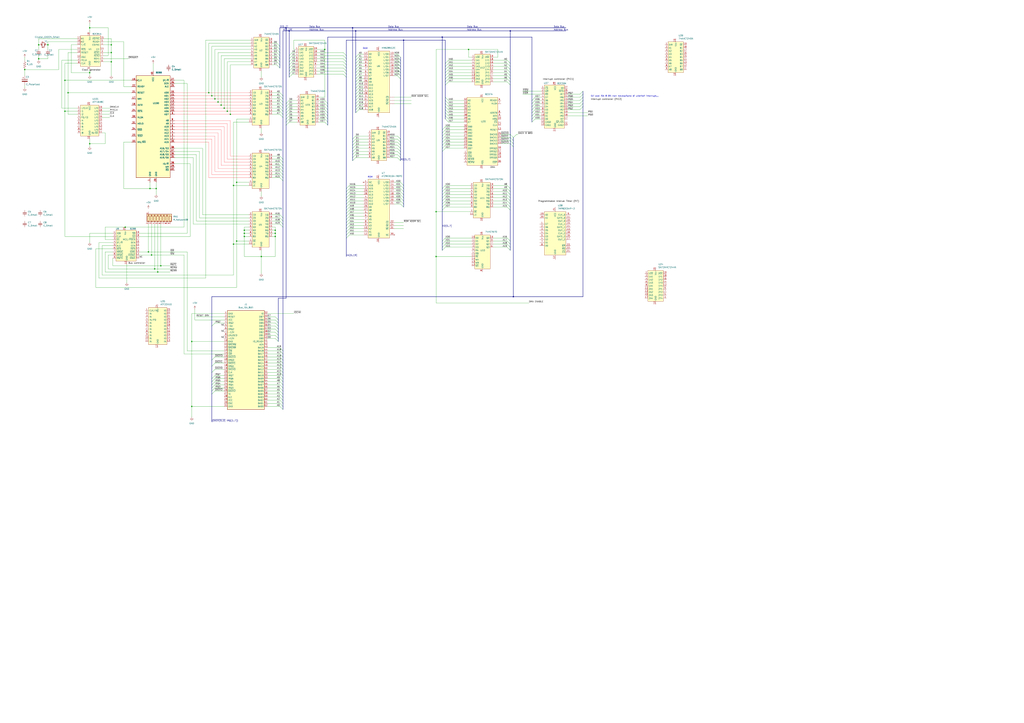
<source format=kicad_sch>
(kicad_sch (version 20231120) (generator "eeschema") (generator_version "8.0")
  (paper "A1")
  (lib_symbols
    (symbol "82C84A_1"
      (property "Reference" "U" (at 0.508 0.762 0))
      (property "Value" "82C84A" (at 7.62 -11.43 90))
      (symbol "82C84A_1_1_1"
        (pin input line (at 19.05 -7.62 180) (length 2.54) (name "CSYNC") (number "1"))
        (pin output line (at -2.54 -13.97 0) (length 2.54) (name "RESET") (number "10"))
        (pin input line (at -2.54 -11.43 0) (length 2.54) (name "~{RES}") (number "11"))
        (pin output line (at -2.54 -17.78 0) (length 2.54) (name "OSC") (number "12"))
        (pin input line (at -2.54 -7.62 0) (length 2.54) (name "F/~{C}") (number "13"))
        (pin input line (at 19.05 -11.43 180) (length 2.54) (name "EFI") (number "14"))
        (pin input line (at 19.05 -2.54 180) (length 2.54) (name "~{ASYNC}") (number "15"))
        (pin input clock (at -2.54 -5.08 0) (length 2.54) (name "X2") (number "16"))
        (pin input clock (at -2.54 -2.54 0) (length 2.54) (name "X1") (number "17"))
        (pin power_in line (at 7.62 2.54 270) (length 2.54) (name "Vcc") (number "18"))
        (pin output line (at -2.54 -20.32 0) (length 2.54) (name "PCLK") (number "2"))
        (pin input line (at 19.05 -13.97 180) (length 2.54) (name "~{AEN1}") (number "3"))
        (pin input line (at 19.05 -19.05 180) (length 2.54) (name "RDY1") (number "4"))
        (pin output line (at 19.05 -5.08 180) (length 2.54) (name "READY") (number "5"))
        (pin input line (at 19.05 -21.59 180) (length 2.54) (name "RDY2") (number "6"))
        (pin input line (at 19.05 -16.51 180) (length 2.54) (name "~{AEN2}") (number "7"))
        (pin output line (at -2.54 -22.86 0) (length 2.54) (name "CLK") (number "8"))
        (pin power_in line (at 7.62 -27.94 90) (length 2.54) (name "GND") (number "9"))
      )
    )
    (symbol "Connector:Bus_ISA_8bit"
      (property "Reference" "J" (at 0 42.545 0))
      (property "Value" "Bus_ISA_8bit" (at 0 -42.545 0))
      (symbol "Bus_ISA_8bit_1_1"
        (pin power_in line (at -17.78 38.1 0) (length 2.54) (name "GND") (number "1"))
        (pin power_in line (at -17.78 15.24 0) (length 2.54) (name "GND") (number "10"))
        (pin output line (at -17.78 12.7 0) (length 2.54) (name "~{SMEMW}") (number "11"))
        (pin output line (at -17.78 10.16 0) (length 2.54) (name "~{SMEMR}") (number "12"))
        (pin output line (at -17.78 7.62 0) (length 2.54) (name "~{IOW}") (number "13"))
        (pin output line (at -17.78 5.08 0) (length 2.54) (name "~{IOR}") (number "14"))
        (pin passive line (at -17.78 2.54 0) (length 2.54) (name "~{DACK3}") (number "15"))
        (pin passive line (at -17.78 0 0) (length 2.54) (name "DRQ3") (number "16"))
        (pin passive line (at -17.78 -2.54 0) (length 2.54) (name "~{DACK1}") (number "17"))
        (pin passive line (at -17.78 -5.08 0) (length 2.54) (name "DRQ1") (number "18"))
        (pin passive line (at -17.78 -7.62 0) (length 2.54) (name "~{DACK0}") (number "19"))
        (pin output line (at -17.78 35.56 0) (length 2.54) (name "RESET") (number "2"))
        (pin output line (at -17.78 -10.16 0) (length 2.54) (name "CLK") (number "20"))
        (pin passive line (at -17.78 -12.7 0) (length 2.54) (name "IRQ7") (number "21"))
        (pin passive line (at -17.78 -15.24 0) (length 2.54) (name "IRQ6") (number "22"))
        (pin passive line (at -17.78 -17.78 0) (length 2.54) (name "IRQ5") (number "23"))
        (pin passive line (at -17.78 -20.32 0) (length 2.54) (name "IRQ4") (number "24"))
        (pin passive line (at -17.78 -22.86 0) (length 2.54) (name "IRQ3") (number "25"))
        (pin passive line (at -17.78 -25.4 0) (length 2.54) (name "~{DACK2}") (number "26"))
        (pin passive line (at -17.78 -27.94 0) (length 2.54) (name "TC") (number "27"))
        (pin output line (at -17.78 -30.48 0) (length 2.54) (name "ALE") (number "28"))
        (pin power_in line (at -17.78 -33.02 0) (length 2.54) (name "VCC") (number "29"))
        (pin power_in line (at -17.78 33.02 0) (length 2.54) (name "VCC") (number "3"))
        (pin output line (at -17.78 -35.56 0) (length 2.54) (name "OSC") (number "30"))
        (pin power_in line (at -17.78 -38.1 0) (length 2.54) (name "GND") (number "31"))
        (pin passive line (at 17.78 38.1 180) (length 2.54) (name "IO") (number "32"))
        (pin tri_state line (at 17.78 35.56 180) (length 2.54) (name "DB7") (number "33"))
        (pin tri_state line (at 17.78 33.02 180) (length 2.54) (name "DB6") (number "34"))
        (pin tri_state line (at 17.78 30.48 180) (length 2.54) (name "DB5") (number "35"))
        (pin tri_state line (at 17.78 27.94 180) (length 2.54) (name "DB4") (number "36"))
        (pin tri_state line (at 17.78 25.4 180) (length 2.54) (name "DB3") (number "37"))
        (pin tri_state line (at 17.78 22.86 180) (length 2.54) (name "DB2") (number "38"))
        (pin tri_state line (at 17.78 20.32 180) (length 2.54) (name "DB1") (number "39"))
        (pin passive line (at -17.78 30.48 0) (length 2.54) (name "IRQ2") (number "4"))
        (pin tri_state line (at 17.78 17.78 180) (length 2.54) (name "DB0") (number "40"))
        (pin passive line (at 17.78 15.24 180) (length 2.54) (name "IO_READY") (number "41"))
        (pin output line (at 17.78 12.7 180) (length 2.54) (name "AEN") (number "42"))
        (pin tri_state line (at 17.78 10.16 180) (length 2.54) (name "BA19") (number "43"))
        (pin tri_state line (at 17.78 7.62 180) (length 2.54) (name "BA18") (number "44"))
        (pin tri_state line (at 17.78 5.08 180) (length 2.54) (name "BA17") (number "45"))
        (pin tri_state line (at 17.78 2.54 180) (length 2.54) (name "BA16") (number "46"))
        (pin tri_state line (at 17.78 0 180) (length 2.54) (name "BA15") (number "47"))
        (pin tri_state line (at 17.78 -2.54 180) (length 2.54) (name "BA14") (number "48"))
        (pin tri_state line (at 17.78 -5.08 180) (length 2.54) (name "BA13") (number "49"))
        (pin power_in line (at -17.78 27.94 0) (length 2.54) (name "-5V") (number "5"))
        (pin tri_state line (at 17.78 -7.62 180) (length 2.54) (name "BA12") (number "50"))
        (pin tri_state line (at 17.78 -10.16 180) (length 2.54) (name "BA11") (number "51"))
        (pin tri_state line (at 17.78 -12.7 180) (length 2.54) (name "BA10") (number "52"))
        (pin tri_state line (at 17.78 -15.24 180) (length 2.54) (name "BA09") (number "53"))
        (pin tri_state line (at 17.78 -17.78 180) (length 2.54) (name "BA08") (number "54"))
        (pin tri_state line (at 17.78 -20.32 180) (length 2.54) (name "BA07") (number "55"))
        (pin tri_state line (at 17.78 -22.86 180) (length 2.54) (name "BA06") (number "56"))
        (pin tri_state line (at 17.78 -25.4 180) (length 2.54) (name "BA05") (number "57"))
        (pin tri_state line (at 17.78 -27.94 180) (length 2.54) (name "BA04") (number "58"))
        (pin tri_state line (at 17.78 -30.48 180) (length 2.54) (name "BA03") (number "59"))
        (pin passive line (at -17.78 25.4 0) (length 2.54) (name "DRQ2") (number "6"))
        (pin tri_state line (at 17.78 -33.02 180) (length 2.54) (name "BA02") (number "60"))
        (pin tri_state line (at 17.78 -35.56 180) (length 2.54) (name "BA01") (number "61"))
        (pin tri_state line (at 17.78 -38.1 180) (length 2.54) (name "BA00") (number "62"))
        (pin power_in line (at -17.78 22.86 0) (length 2.54) (name "-12V") (number "7"))
        (pin passive line (at -17.78 20.32 0) (length 2.54) (name "UNUSED") (number "8"))
        (pin power_in line (at -17.78 17.78 0) (length 2.54) (name "+12V") (number "9"))
      )
    )
    (symbol "Custom:74AHCT245N"
      (property "Reference" "U" (at 0.508 0.762 0))
      (property "Value" "74AHCT245N" (at 6.604 -12.446 90))
      (symbol "74AHCT245N_1_1"
        (pin input line (at -2.54 -2.54 0) (length 2.54) (name "DIR") (number "1"))
        (pin power_in line (at 6.35 -27.94 90) (length 2.54) (name "GND") (number "10"))
        (pin bidirectional line (at 15.24 -22.86 180) (length 2.54) (name "B8") (number "11"))
        (pin bidirectional line (at 15.24 -20.32 180) (length 2.54) (name "B7") (number "12"))
        (pin bidirectional line (at 15.24 -17.78 180) (length 2.54) (name "B6") (number "13"))
        (pin bidirectional line (at 15.24 -15.24 180) (length 2.54) (name "B5") (number "14"))
        (pin bidirectional line (at 15.24 -12.7 180) (length 2.54) (name "B4") (number "15"))
        (pin bidirectional line (at 15.24 -10.16 180) (length 2.54) (name "B3") (number "16"))
        (pin bidirectional line (at 15.24 -7.62 180) (length 2.54) (name "B2") (number "17"))
        (pin bidirectional line (at 15.24 -5.08 180) (length 2.54) (name "B1") (number "18"))
        (pin input line (at 15.24 -2.54 180) (length 2.54) (name "~{OE}") (number "19"))
        (pin bidirectional line (at -2.54 -5.08 0) (length 2.54) (name "A1") (number "2"))
        (pin power_in line (at 6.35 2.54 270) (length 2.54) (name "Vcc") (number "20"))
        (pin bidirectional line (at -2.54 -7.62 0) (length 2.54) (name "A2") (number "3"))
        (pin bidirectional line (at -2.54 -10.16 0) (length 2.54) (name "A3") (number "4"))
        (pin bidirectional line (at -2.54 -12.7 0) (length 2.54) (name "A4") (number "5"))
        (pin bidirectional line (at -2.54 -15.24 0) (length 2.54) (name "A5") (number "6"))
        (pin bidirectional line (at -2.54 -17.78 0) (length 2.54) (name "A6") (number "7"))
        (pin bidirectional line (at -2.54 -20.32 0) (length 2.54) (name "A7") (number "8"))
        (pin input line (at -2.54 -22.86 0) (length 2.54) (name "A8") (number "9"))
      )
    )
    (symbol "Custom:74HCT670"
      (property "Reference" "U" (at 0.508 0.762 0))
      (property "Value" "74HCT670" (at 6.604 -13.97 90))
      (symbol "74HCT670_1_1"
        (pin input line (at -2.54 -5.08 0) (length 2.54) (name "D1") (number "1"))
        (pin tri_state line (at 15.24 -2.54 180) (length 2.54) (name "Q0") (number "10"))
        (pin input line (at -2.54 -17.78 0) (length 2.54) (name "~{RE}") (number "11"))
        (pin input line (at -2.54 -25.4 0) (length 2.54) (name "~{WE}") (number "12"))
        (pin input line (at -2.54 -22.86 0) (length 2.54) (name "WB") (number "13"))
        (pin input line (at -2.54 -20.32 0) (length 2.54) (name "WA") (number "14"))
        (pin input line (at -2.54 -2.54 0) (length 2.54) (name "D0") (number "15"))
        (pin power_in line (at 6.35 2.54 270) (length 2.54) (name "Vcc") (number "16"))
        (pin input line (at -2.54 -7.62 0) (length 2.54) (name "D2") (number "2"))
        (pin input line (at -2.54 -10.16 0) (length 2.54) (name "D3") (number "3"))
        (pin input line (at -2.54 -15.24 0) (length 2.54) (name "RB") (number "4"))
        (pin input line (at -2.54 -12.7 0) (length 2.54) (name "RA") (number "5"))
        (pin tri_state line (at 15.24 -10.16 180) (length 2.54) (name "Q3") (number "6"))
        (pin tri_state line (at 15.24 -7.62 180) (length 2.54) (name "Q2") (number "7"))
        (pin power_in line (at 6.35 -30.48 90) (length 2.54) (name "GND") (number "8"))
        (pin tri_state line (at 15.24 -5.08 180) (length 2.54) (name "Q1") (number "9"))
      )
    )
    (symbol "Custom:8237A"
      (property "Reference" "U" (at 0.508 1.016 0))
      (property "Value" "8237A" (at 12.7 -22.606 90))
      (symbol "8237A_1_1"
        (pin input line (at 27.94 -20.32 180) (length 2.54) (name "~{CS}") (number ""))
        (pin bidirectional line (at -2.54 -45.72 0) (length 2.54) (name "~{IOR}") (number "1"))
        (pin output line (at 27.94 -17.78 180) (length 2.54) (name "HRQ") (number "10"))
        (pin input line (at 27.94 -22.86 180) (length 2.54) (name "CLK") (number "12"))
        (pin input line (at 27.94 -26.67 180) (length 2.54) (name "RESET") (number "13"))
        (pin output line (at 27.94 -35.56 180) (length 2.54) (name "DACK2") (number "14"))
        (pin output line (at 27.94 -38.1 180) (length 2.54) (name "DACK3") (number "15"))
        (pin input line (at 27.94 -41.91 180) (length 2.54) (name "DREQ3") (number "16"))
        (pin input line (at 27.94 -44.45 180) (length 2.54) (name "DREQ2") (number "17"))
        (pin input line (at 27.94 -46.99 180) (length 2.54) (name "DREQ1") (number "18"))
        (pin input line (at 27.94 -49.53 180) (length 2.54) (name "DREQ0") (number "19"))
        (pin bidirectional line (at -2.54 -48.26 0) (length 2.54) (name "~{IOW}") (number "2"))
        (pin power_in line (at 12.7 -58.42 90) (length 2.54) (name "VSS") (number "20"))
        (pin input line (at -2.54 -41.91 0) (length 2.54) (name "DB7") (number "21"))
        (pin input line (at -2.54 -39.37 0) (length 2.54) (name "DB6") (number "22"))
        (pin input line (at -2.54 -36.83 0) (length 2.54) (name "DB5") (number "23"))
        (pin output line (at 27.94 -33.02 180) (length 2.54) (name "DACK1") (number "24"))
        (pin output line (at 27.94 -30.48 180) (length 2.54) (name "DACK0") (number "25"))
        (pin input line (at -2.54 -29.21 0) (length 2.54) (name "DB2") (number "26"))
        (pin input line (at -2.54 -34.29 0) (length 2.54) (name "DB4") (number "26"))
        (pin input line (at -2.54 -31.75 0) (length 2.54) (name "DB3") (number "27"))
        (pin input line (at -2.54 -26.67 0) (length 2.54) (name "DB1") (number "29"))
        (pin output line (at -2.54 -50.8 0) (length 2.54) (name "~{MEMR}") (number "3"))
        (pin input line (at -2.54 -24.13 0) (length 2.54) (name "DB0") (number "30"))
        (pin power_in line (at 12.7 2.54 270) (length 2.54) (name "VCC") (number "31"))
        (pin bidirectional line (at -2.54 -2.54 0) (length 2.54) (name "A0") (number "32"))
        (pin bidirectional line (at -2.54 -5.08 0) (length 2.54) (name "A1") (number "33"))
        (pin bidirectional line (at -2.54 -7.62 0) (length 2.54) (name "A2") (number "34"))
        (pin bidirectional line (at -2.54 -10.16 0) (length 2.54) (name "A3") (number "35"))
        (pin bidirectional line (at 27.94 -53.34 180) (length 2.54) (name "~{EOP}") (number "36"))
        (pin output line (at -2.54 -12.7 0) (length 2.54) (name "A4") (number "37"))
        (pin output line (at -2.54 -15.24 0) (length 2.54) (name "A5") (number "38"))
        (pin output line (at -2.54 -17.78 0) (length 2.54) (name "A6") (number "39"))
        (pin output line (at -2.54 -53.34 0) (length 2.54) (name "~{MEMW}") (number "4"))
        (pin output line (at -2.54 -20.32 0) (length 2.54) (name "A7") (number "40"))
        (pin input line (at 27.94 -2.54 180) (length 2.54) (name "READY") (number "6"))
        (pin input line (at 27.94 -5.08 180) (length 2.54) (name "HLDA") (number "7"))
        (pin output line (at 27.94 -12.7 180) (length 2.54) (name "ADSTB") (number "8"))
        (pin output line (at 27.94 -15.24 180) (length 2.54) (name "AEN") (number "9"))
      )
    )
    (symbol "Custom:82C59A"
      (property "Reference" "U" (at 0.508 1.016 0))
      (property "Value" "82C59A" (at 8.636 -16.256 90))
      (symbol "82C59A_1_1"
        (pin input line (at 19.05 -30.48 180) (length 2.54) (name "~{SP}/~{EN}") (number ""))
        (pin input line (at -2.54 -2.54 0) (length 2.54) (name "~{CS}") (number "1"))
        (pin input line (at -2.54 -25.4 0) (length 2.54) (name "D1") (number "10"))
        (pin input line (at -2.54 -27.94 0) (length 2.54) (name "D0") (number "11"))
        (pin input line (at -2.54 -30.48 0) (length 2.54) (name "CAS0") (number "12"))
        (pin input line (at -2.54 -33.02 0) (length 2.54) (name "CAS1") (number "13"))
        (pin power_in line (at 8.89 -38.1 90) (length 2.54) (name "GND") (number "14"))
        (pin input line (at 19.05 -33.02 180) (length 2.54) (name "CAS2") (number "15"))
        (pin input line (at 19.05 -27.94 180) (length 2.54) (name "INT") (number "17"))
        (pin input line (at 19.05 -25.4 180) (length 2.54) (name "IR0") (number "18"))
        (pin input line (at 19.05 -22.86 180) (length 2.54) (name "IR1") (number "19"))
        (pin input line (at -2.54 -5.08 0) (length 2.54) (name "~{WR}") (number "2"))
        (pin input line (at 19.05 -20.32 180) (length 2.54) (name "IR2") (number "20"))
        (pin input line (at 19.05 -17.78 180) (length 2.54) (name "IR3") (number "21"))
        (pin input line (at 19.05 -15.24 180) (length 2.54) (name "IR4") (number "22"))
        (pin input line (at 19.05 -12.7 180) (length 2.54) (name "IR5") (number "23"))
        (pin input line (at 19.05 -10.16 180) (length 2.54) (name "IR6") (number "24"))
        (pin input line (at 19.05 -7.62 180) (length 2.54) (name "IR7") (number "25"))
        (pin input line (at 19.05 -5.08 180) (length 2.54) (name "~{INTA}") (number "26"))
        (pin input line (at 19.05 -2.54 180) (length 2.54) (name "A0") (number "27"))
        (pin power_in line (at 8.89 2.54 270) (length 2.54) (name "VCC") (number "28"))
        (pin input line (at -2.54 -7.62 0) (length 2.54) (name "~{RD}") (number "3"))
        (pin input line (at -2.54 -10.16 0) (length 2.54) (name "D7") (number "4"))
        (pin input line (at -2.54 -12.7 0) (length 2.54) (name "D6") (number "5"))
        (pin input line (at -2.54 -15.24 0) (length 2.54) (name "D5") (number "6"))
        (pin input line (at -2.54 -17.78 0) (length 2.54) (name "D4") (number "7"))
        (pin input line (at -2.54 -20.32 0) (length 2.54) (name "D3") (number "8"))
        (pin input line (at -2.54 -22.86 0) (length 2.54) (name "D2") (number "9"))
      )
    )
    (symbol "Custom:82C88"
      (property "Reference" "U" (at 0.508 0.762 0))
      (property "Value" "8288" (at 8.382 -12.192 90))
      (symbol "82C88_1_1"
        (pin input line (at -2.54 -2.54 0) (length 2.54) (name "IOB") (number "1"))
        (pin power_in line (at 8.89 -27.94 90) (length 2.54) (name "GND") (number "10"))
        (pin output line (at 19.05 -22.86 180) (length 2.54) (name "~{IOWC}") (number "11"))
        (pin output line (at 19.05 -20.32 180) (length 2.54) (name "~{AIOWC}") (number "12"))
        (pin output line (at 19.05 -17.78 180) (length 2.54) (name "~{IORC}") (number "13"))
        (pin output line (at 19.05 -15.24 180) (length 2.54) (name "~{INTA}") (number "14"))
        (pin input line (at 19.05 -12.7 180) (length 2.54) (name "CEN") (number "15"))
        (pin output line (at 19.05 -10.16 180) (length 2.54) (name "DEN") (number "16"))
        (pin output line (at 19.05 -7.62 180) (length 2.54) (name "MCE/~{PDEN}") (number "17"))
        (pin input line (at 19.05 -5.08 180) (length 2.54) (name "~{S2}") (number "18"))
        (pin input line (at 19.05 -2.54 180) (length 2.54) (name "~{S0}") (number "19"))
        (pin input line (at -2.54 -5.08 0) (length 2.54) (name "CLK") (number "2"))
        (pin power_in line (at 7.62 2.54 270) (length 2.54) (name "Vcc") (number "20"))
        (pin input line (at -2.54 -7.62 0) (length 2.54) (name "~{S1}") (number "3"))
        (pin output line (at -2.54 -10.16 0) (length 2.54) (name "DT/~{R}") (number "4"))
        (pin output line (at -2.54 -12.7 0) (length 2.54) (name "ALE") (number "5"))
        (pin input line (at -2.54 -15.24 0) (length 2.54) (name "~{AEN}") (number "6"))
        (pin output line (at -2.54 -17.78 0) (length 2.54) (name "~{MRDC}") (number "7"))
        (pin output line (at -2.54 -20.32 0) (length 2.54) (name "~{AMWC}") (number "8"))
        (pin output line (at -2.54 -22.86 0) (length 2.54) (name "~{MWTC}") (number "9"))
      )
    )
    (symbol "Custom:AT29C010A-90PC"
      (property "Reference" "U" (at 0.508 1.27 0))
      (property "Value" "AT29C010A-90PC" (at 8.636 -22.098 90))
      (symbol "AT29C010A-90PC_1_1"
        (pin no_connect line (at -3.81 -2.54 0) (length 3.81) (name "NC") (number "1"))
        (pin input line (at -3.81 -40.64 0) (length 3.81) (name "A2") (number "10"))
        (pin input line (at -3.81 -43.18 0) (length 3.81) (name "A1") (number "11"))
        (pin input line (at -3.81 -45.72 0) (length 3.81) (name "A0") (number "12"))
        (pin bidirectional line (at 21.59 -2.54 180) (length 3.81) (name "I/O0") (number "13"))
        (pin bidirectional line (at 21.59 -5.08 180) (length 3.81) (name "I/O1") (number "14"))
        (pin bidirectional line (at 21.59 -7.62 180) (length 3.81) (name "I/O2") (number "15"))
        (pin power_in line (at 8.89 -52.07 90) (length 3.81) (name "GND") (number "16"))
        (pin bidirectional line (at 21.59 -10.16 180) (length 3.81) (name "I/O3") (number "17"))
        (pin bidirectional line (at 21.59 -12.7 180) (length 3.81) (name "I/O4") (number "18"))
        (pin bidirectional line (at 21.59 -15.24 180) (length 3.81) (name "I/O5") (number "19"))
        (pin input line (at -3.81 -5.08 0) (length 3.81) (name "A16") (number "2"))
        (pin bidirectional line (at 21.59 -17.78 180) (length 3.81) (name "I/O6") (number "20"))
        (pin bidirectional line (at 21.59 -20.32 180) (length 3.81) (name "I/O7") (number "21"))
        (pin input line (at 21.59 -35.56 180) (length 3.81) (name "~{CE}") (number "22"))
        (pin input line (at -3.81 -20.32 0) (length 3.81) (name "A10") (number "23"))
        (pin input line (at 21.59 -38.1 180) (length 3.81) (name "~{OE}") (number "24"))
        (pin input line (at -3.81 -17.78 0) (length 3.81) (name "A11") (number "25"))
        (pin input line (at -3.81 -22.86 0) (length 3.81) (name "A9") (number "26"))
        (pin input line (at -3.81 -25.4 0) (length 3.81) (name "A8") (number "27"))
        (pin input line (at -3.81 -12.7 0) (length 3.81) (name "A13") (number "28"))
        (pin input line (at -3.81 -10.16 0) (length 3.81) (name "A14") (number "29"))
        (pin input line (at -3.81 -7.62 0) (length 3.81) (name "A15") (number "3"))
        (pin no_connect line (at 21.59 -45.72 180) (length 3.81) (name "NC") (number "30"))
        (pin input line (at 21.59 -40.64 180) (length 3.81) (name "~{WE}") (number "31"))
        (pin power_in line (at 8.89 3.81 270) (length 3.81) (name "VCC") (number "32"))
        (pin input line (at -3.81 -15.24 0) (length 3.81) (name "A12") (number "4"))
        (pin input line (at -3.81 -27.94 0) (length 3.81) (name "A7") (number "5"))
        (pin input line (at -3.81 -30.48 0) (length 3.81) (name "A6") (number "6"))
        (pin input line (at -3.81 -33.02 0) (length 3.81) (name "A5") (number "7"))
        (pin input line (at -3.81 -35.56 0) (length 3.81) (name "A4") (number "8"))
        (pin input line (at -3.81 -38.1 0) (length 3.81) (name "A3") (number "9"))
      )
    )
    (symbol "Custom:ATF16V8C"
      (property "Reference" "U" (at 0.508 0.762 0))
      (property "Value" "ATF16V8C" (at 14.732 1.27 0))
      (symbol "ATF16V8C_1_1"
        (pin input line (at -2.54 -2.54 0) (length 2.54) (name "I/CLK") (number "1"))
        (pin power_in line (at 7.62 -27.94 90) (length 2.54) (name "GND") (number "10"))
        (pin bidirectional line (at 17.78 -22.86 180) (length 2.54) (name "I9/~{OE}") (number "11"))
        (pin bidirectional line (at 17.78 -20.32 180) (length 2.54) (name "I/O") (number "12"))
        (pin bidirectional line (at 17.78 -17.78 180) (length 2.54) (name "I/O") (number "13"))
        (pin bidirectional line (at 17.78 -15.24 180) (length 2.54) (name "I/O") (number "14"))
        (pin bidirectional line (at 17.78 -12.7 180) (length 2.54) (name "I/O") (number "15"))
        (pin bidirectional line (at 17.78 -10.16 180) (length 2.54) (name "I/O") (number "16"))
        (pin bidirectional line (at 17.78 -7.62 180) (length 2.54) (name "I/O") (number "17"))
        (pin bidirectional line (at 17.78 -5.08 180) (length 2.54) (name "I/O") (number "18"))
        (pin bidirectional line (at 17.78 -2.54 180) (length 2.54) (name "I/O") (number "19"))
        (pin input line (at -2.54 -5.08 0) (length 2.54) (name "I1") (number "2"))
        (pin power_in line (at 7.62 2.54 270) (length 2.54) (name "VCC") (number "20"))
        (pin input line (at -2.54 -7.62 0) (length 2.54) (name "I2") (number "3"))
        (pin input line (at -2.54 -10.16 0) (length 2.54) (name "PD/I3") (number "4"))
        (pin input line (at -2.54 -12.7 0) (length 2.54) (name "I4") (number "5"))
        (pin input line (at -2.54 -15.24 0) (length 2.54) (name "I5") (number "6"))
        (pin input line (at -2.54 -17.78 0) (length 2.54) (name "I6") (number "7"))
        (pin input line (at -2.54 -20.32 0) (length 2.54) (name "I7") (number "8"))
        (pin input line (at -2.54 -22.86 0) (length 2.54) (name "I8") (number "9"))
      )
    )
    (symbol "Custom:ATF22V10"
      (property "Reference" "U" (at 0.254 0.762 0))
      (property "Value" "ATF22V10" (at 8.128 -18.034 90))
      (symbol "ATF22V10_1_1"
        (pin input line (at -2.54 -2.54 0) (length 2.54) (name "CLK/IN") (number "1"))
        (pin input line (at -2.54 -25.4 0) (length 2.54) (name "IN") (number "10"))
        (pin input line (at -2.54 -27.94 0) (length 2.54) (name "IN") (number "11"))
        (pin power_in line (at 7.62 -33.02 90) (length 2.54) (name "GND") (number "12"))
        (pin input line (at 17.78 -27.94 180) (length 2.54) (name "IN") (number "13"))
        (pin bidirectional line (at 17.78 -25.4 180) (length 2.54) (name "IO") (number "14"))
        (pin bidirectional line (at 17.78 -22.86 180) (length 2.54) (name "IO") (number "15"))
        (pin bidirectional line (at 17.78 -20.32 180) (length 2.54) (name "IO") (number "16"))
        (pin bidirectional line (at 17.78 -17.78 180) (length 2.54) (name "IO") (number "17"))
        (pin bidirectional line (at 17.78 -15.24 180) (length 2.54) (name "IO") (number "18"))
        (pin bidirectional line (at 17.78 -12.7 180) (length 2.54) (name "IO") (number "19"))
        (pin input line (at -2.54 -5.08 0) (length 2.54) (name "IN") (number "2"))
        (pin bidirectional line (at 17.78 -10.16 180) (length 2.54) (name "IO") (number "20"))
        (pin bidirectional line (at 17.78 -7.62 180) (length 2.54) (name "IO") (number "21"))
        (pin bidirectional line (at 17.78 -5.08 180) (length 2.54) (name "IO") (number "22"))
        (pin bidirectional line (at 17.78 -2.54 180) (length 2.54) (name "IO") (number "23"))
        (pin power_in line (at 7.62 2.54 270) (length 2.54) (name "Vcc") (number "24"))
        (pin input line (at -2.54 -7.62 0) (length 2.54) (name "IN") (number "3"))
        (pin input line (at -2.54 -10.16 0) (length 2.54) (name "IN/PD") (number "4"))
        (pin input line (at -2.54 -12.7 0) (length 2.54) (name "IN") (number "5"))
        (pin input line (at -2.54 -15.24 0) (length 2.54) (name "IN") (number "6"))
        (pin input line (at -2.54 -17.78 0) (length 2.54) (name "IN") (number "7"))
        (pin input line (at -2.54 -20.32 0) (length 2.54) (name "IN") (number "8"))
        (pin input line (at -2.54 -22.86 0) (length 2.54) (name "IN") (number "9"))
      )
    )
    (symbol "Custom:HM628512C"
      (property "Reference" "U" (at 0.508 1.016 0))
      (property "Value" "HM628512C" (at 8.89 -25.146 90))
      (symbol "HM628512C_1_1"
        (pin bidirectional line (at 21.59 -38.1 180) (length 3.81) (name "~{CS}") (number ""))
        (pin bidirectional line (at 21.59 -40.64 180) (length 3.81) (name "~{OE}") (number ""))
        (pin bidirectional line (at 21.59 -43.18 180) (length 3.81) (name "~{WE}") (number ""))
        (pin input line (at -3.81 -48.26 0) (length 3.81) (name "A18") (number "1"))
        (pin input line (at -3.81 -7.62 0) (length 3.81) (name "A2") (number "10"))
        (pin input line (at -3.81 -5.08 0) (length 3.81) (name "A1") (number "11"))
        (pin input line (at -3.81 -2.54 0) (length 3.81) (name "A0") (number "12"))
        (pin bidirectional line (at 21.59 -2.54 180) (length 3.81) (name "I/O0") (number "13"))
        (pin bidirectional line (at 21.59 -5.08 180) (length 3.81) (name "I/O1") (number "14"))
        (pin bidirectional line (at 21.59 -7.62 180) (length 3.81) (name "I/O2") (number "15"))
        (pin power_in line (at 8.89 -54.61 90) (length 3.81) (name "GND") (number "16"))
        (pin bidirectional line (at 21.59 -10.16 180) (length 3.81) (name "I/O3") (number "17"))
        (pin bidirectional line (at 21.59 -12.7 180) (length 3.81) (name "I/O4") (number "18"))
        (pin bidirectional line (at 21.59 -15.24 180) (length 3.81) (name "I/O5") (number "19"))
        (pin input line (at -3.81 -43.18 0) (length 3.81) (name "A16") (number "2"))
        (pin bidirectional line (at 21.59 -17.78 180) (length 3.81) (name "I/O6") (number "20"))
        (pin bidirectional line (at 21.59 -20.32 180) (length 3.81) (name "I/O7") (number "21"))
        (pin input line (at -3.81 -27.94 0) (length 3.81) (name "A10") (number "23"))
        (pin input line (at -3.81 -30.48 0) (length 3.81) (name "A11") (number "25"))
        (pin input line (at -3.81 -25.4 0) (length 3.81) (name "A9") (number "26"))
        (pin input line (at -3.81 -22.86 0) (length 3.81) (name "A8") (number "27"))
        (pin input line (at -3.81 -35.56 0) (length 3.81) (name "A13") (number "28"))
        (pin input line (at -3.81 -38.1 0) (length 3.81) (name "A14") (number "3"))
        (pin input line (at -3.81 -45.72 0) (length 3.81) (name "A17") (number "30"))
        (pin input line (at -3.81 -40.64 0) (length 3.81) (name "A15") (number "31"))
        (pin power_in line (at 8.89 3.81 270) (length 3.81) (name "VCC") (number "32"))
        (pin input line (at -3.81 -33.02 0) (length 3.81) (name "A12") (number "4"))
        (pin input line (at -3.81 -20.32 0) (length 3.81) (name "A7") (number "5"))
        (pin input line (at -3.81 -17.78 0) (length 3.81) (name "A6") (number "6"))
        (pin input line (at -3.81 -15.24 0) (length 3.81) (name "A5") (number "7"))
        (pin input line (at -3.81 -12.7 0) (length 3.81) (name "A4") (number "8"))
        (pin input line (at -3.81 -10.16 0) (length 3.81) (name "A3") (number "9"))
      )
    )
    (symbol "Custom:SN74AHCT244N"
      (property "Reference" "U" (at 0.508 0.762 0))
      (property "Value" "SN72AHCT244N" (at 6.35 -11.684 90))
      (symbol "SN74AHCT244N_1_1"
        (pin input line (at -2.54 -2.54 0) (length 2.54) (name "1~{OE}") (number "1"))
        (pin power_in line (at 6.35 -27.94 90) (length 2.54) (name "GND") (number "10"))
        (pin input line (at -2.54 -15.24 0) (length 2.54) (name "2A1") (number "11"))
        (pin output line (at 15.24 -12.7 180) (length 2.54) (name "1Y4") (number "12"))
        (pin input line (at -2.54 -17.78 0) (length 2.54) (name "2A2") (number "13"))
        (pin output line (at 15.24 -10.16 180) (length 2.54) (name "1Y3") (number "14"))
        (pin input line (at -2.54 -20.32 0) (length 2.54) (name "2A3") (number "15"))
        (pin output line (at 15.24 -7.62 180) (length 2.54) (name "1Y2") (number "16"))
        (pin input line (at -2.54 -22.86 0) (length 2.54) (name "2A4") (number "17"))
        (pin output line (at 15.24 -5.08 180) (length 2.54) (name "1Y1") (number "18"))
        (pin input line (at 15.24 -2.54 180) (length 2.54) (name "2~{OE}") (number "19"))
        (pin input line (at -2.54 -5.08 0) (length 2.54) (name "1A1") (number "2"))
        (pin power_in line (at 6.35 2.54 270) (length 2.54) (name "Vcc") (number "20"))
        (pin output line (at 15.24 -22.86 180) (length 2.54) (name "2Y4") (number "3"))
        (pin input line (at -2.54 -7.62 0) (length 2.54) (name "1A2") (number "4"))
        (pin output line (at 15.24 -20.32 180) (length 2.54) (name "2Y3") (number "5"))
        (pin input line (at -2.54 -10.16 0) (length 2.54) (name "1A3") (number "6"))
        (pin output line (at 15.24 -17.78 180) (length 2.54) (name "2Y2") (number "7"))
        (pin input line (at -2.54 -12.7 0) (length 2.54) (name "1A4") (number "8"))
        (pin output line (at 15.24 -15.24 180) (length 2.54) (name "2Y1") (number "9"))
      )
    )
    (symbol "Custom:TMP82C54P-2"
      (property "Reference" "U" (at 0.508 1.016 0))
      (property "Value" "TMP82C54P-2" (at 9.144 -15.494 90))
      (symbol "TMP82C54P-2_1_1"
        (pin bidirectional line (at -3.81 -10.16 0) (length 3.81) (name "D7") (number "1"))
        (pin output line (at 21.59 -7.62 180) (length 3.81) (name "OUT_0") (number "10"))
        (pin input line (at 21.59 -5.08 180) (length 3.81) (name "GATE_0") (number "11"))
        (pin power_in line (at 8.89 -39.37 90) (length 3.81) (name "GND") (number "12"))
        (pin output line (at 21.59 -15.24 180) (length 3.81) (name "OUT_1") (number "13"))
        (pin input line (at 21.59 -12.7 180) (length 3.81) (name "GATE_1") (number "14"))
        (pin input line (at 21.59 -10.16 180) (length 3.81) (name "CLK_1") (number "15"))
        (pin input line (at 21.59 -20.32 180) (length 3.81) (name "GATE_2") (number "16"))
        (pin output line (at 21.59 -22.86 180) (length 3.81) (name "OUT_2") (number "17"))
        (pin input line (at 21.59 -17.78 180) (length 3.81) (name "CLK_2") (number "18"))
        (pin input line (at -3.81 -2.54 0) (length 3.81) (name "A0") (number "19"))
        (pin bidirectional line (at -3.81 -12.7 0) (length 3.81) (name "D6") (number "2"))
        (pin input line (at -3.81 -5.08 0) (length 3.81) (name "A1") (number "20"))
        (pin input line (at 21.59 -33.02 180) (length 3.81) (name "~{CS}") (number "21"))
        (pin input line (at 21.59 -30.48 180) (length 3.81) (name "~{RD}") (number "22"))
        (pin input line (at 21.59 -27.94 180) (length 3.81) (name "~{WR}") (number "23"))
        (pin power_in line (at 8.89 3.81 270) (length 3.81) (name "VCC") (number "24"))
        (pin bidirectional line (at -3.81 -15.24 0) (length 3.81) (name "D5") (number "3"))
        (pin bidirectional line (at -3.81 -22.86 0) (length 3.81) (name "D2") (number "4"))
        (pin bidirectional line (at -3.81 -17.78 0) (length 3.81) (name "D4") (number "4"))
        (pin bidirectional line (at -3.81 -20.32 0) (length 3.81) (name "D3") (number "5"))
        (pin bidirectional line (at -3.81 -25.4 0) (length 3.81) (name "D1") (number "7"))
        (pin bidirectional line (at -3.81 -27.94 0) (length 3.81) (name "D0") (number "8"))
        (pin input line (at 21.59 -2.54 180) (length 3.81) (name "CLK_0") (number "9"))
      )
    )
    (symbol "Device:C_Polarized" (pin_numbers hide) (pin_names (offset 0.254))
      (property "Reference" "C" (at 0.635 2.54 0))
      (property "Value" "C_Polarized" (at 0.635 -2.54 0))
      (symbol "C_Polarized_1_1"
        (pin passive line (at 0 3.81 270) (length 2.794) (name "~") (number "1"))
        (pin passive line (at 0 -3.81 90) (length 2.794) (name "~") (number "2"))
      )
    )
    (symbol "Device:C_Small" (pin_numbers hide) (pin_names (offset 0.254) hide)
      (property "Reference" "C" (at 0.254 1.778 0))
      (property "Value" "C_Small" (at 0.254 -2.032 0))
      (symbol "C_Small_1_1"
        (pin passive line (at 0 2.54 270) (length 2.032) (name "~") (number "1"))
        (pin passive line (at 0 -2.54 90) (length 2.032) (name "~") (number "2"))
      )
    )
    (symbol "Device:Crystal_GND24_Small" (pin_names (offset 1.016) hide)
      (property "Reference" "Y" (at 1.27 4.445 0))
      (property "Value" "Crystal_GND24_Small" (at 1.27 2.54 0))
      (symbol "Crystal_GND24_Small_1_1"
        (pin passive line (at -2.54 0 0) (length 1.27) (name "1") (number "1"))
        (pin passive line (at 0 -2.54 90) (length 0.635) (name "2") (number "2"))
        (pin passive line (at 2.54 0 180) (length 1.27) (name "3") (number "3"))
        (pin passive line (at 0 2.54 270) (length 0.635) (name "4") (number "4"))
      )
    )
    (symbol "Device:R_Network08" (pin_names (offset 0) hide)
      (property "Reference" "RN" (at -12.7 0 90))
      (property "Value" "R_Network08" (at 10.16 0 90))
      (symbol "R_Network08_1_1"
        (pin passive line (at -10.16 5.08 270) (length 2.54) (name "common") (number "1"))
        (pin passive line (at -10.16 -5.08 90) (length 1.27) (name "R1") (number "2"))
        (pin passive line (at -7.62 -5.08 90) (length 1.27) (name "R2") (number "3"))
        (pin passive line (at -5.08 -5.08 90) (length 1.27) (name "R3") (number "4"))
        (pin passive line (at -2.54 -5.08 90) (length 1.27) (name "R4") (number "5"))
        (pin passive line (at 0 -5.08 90) (length 1.27) (name "R5") (number "6"))
        (pin passive line (at 2.54 -5.08 90) (length 1.27) (name "R6") (number "7"))
        (pin passive line (at 5.08 -5.08 90) (length 1.27) (name "R7") (number "8"))
        (pin passive line (at 7.62 -5.08 90) (length 1.27) (name "R8") (number "9"))
      )
    )
    (symbol "Device:R_US" (pin_numbers hide) (pin_names (offset 0))
      (property "Reference" "R" (at 2.54 0 90))
      (property "Value" "R_US" (at -2.54 0 90))
      (symbol "R_US_1_1"
        (pin passive line (at 0 3.81 270) (length 1.27) (name "~") (number "1"))
        (pin passive line (at 0 -3.81 90) (length 1.27) (name "~") (number "2"))
      )
    )
    (symbol "MCU_Intel:8088" (pin_names (offset 1.016))
      (property "Reference" "U" (at -12.7 43.18 0))
      (property "Value" "8088" (at 10.16 43.18 0))
      (symbol "8088_1_1"
        (pin power_in line (at -2.54 -45.72 90) (length 3.81) (name "GND") (number "1"))
        (pin bidirectional line (at 17.78 12.7 180) (length 3.81) (name "AD6") (number "10"))
        (pin bidirectional line (at 17.78 15.24 180) (length 3.81) (name "AD5") (number "11"))
        (pin bidirectional line (at 17.78 17.78 180) (length 3.81) (name "AD4") (number "12"))
        (pin bidirectional line (at 17.78 20.32 180) (length 3.81) (name "AD3") (number "13"))
        (pin bidirectional line (at 17.78 22.86 180) (length 3.81) (name "AD2") (number "14"))
        (pin bidirectional line (at 17.78 25.4 180) (length 3.81) (name "AD1") (number "15"))
        (pin bidirectional line (at 17.78 27.94 180) (length 3.81) (name "AD0") (number "16"))
        (pin input line (at -17.78 22.86 0) (length 3.81) (name "NMI") (number "17"))
        (pin input line (at -17.78 17.78 0) (length 3.81) (name "INTR") (number "18"))
        (pin input clock (at -17.78 38.1 0) (length 3.81) (name "CLK") (number "19"))
        (pin output line (at 17.78 -10.16 180) (length 3.81) (name "A14") (number "2"))
        (pin power_in line (at 2.54 -45.72 90) (length 3.81) (name "GND") (number "20"))
        (pin input line (at -17.78 27.94 0) (length 3.81) (name "RESET") (number "21"))
        (pin input line (at -17.78 33.02 0) (length 3.81) (name "READY") (number "22"))
        (pin input line (at -17.78 -7.62 0) (length 3.81) (name "~{TEST}") (number "23"))
        (pin output line (at -17.78 12.7 0) (length 3.81) (name "~{INTA}") (number "24"))
        (pin output line (at 17.78 33.02 180) (length 3.81) (name "ALE") (number "25"))
        (pin output line (at 17.78 35.56 180) (length 3.81) (name "DEN") (number "26"))
        (pin output line (at 17.78 38.1 180) (length 3.81) (name "DT/~{R}") (number "27"))
        (pin output line (at 17.78 -30.48 180) (length 3.81) (name "IO/~{M}") (number "28"))
        (pin output line (at 17.78 -33.02 180) (length 3.81) (name "WR") (number "29"))
        (pin output line (at 17.78 -7.62 180) (length 3.81) (name "A13") (number "3"))
        (pin output line (at -17.78 7.62 0) (length 3.81) (name "HLDA") (number "30"))
        (pin input line (at -17.78 2.54 0) (length 3.81) (name "HOLD") (number "31"))
        (pin output output_low (at 17.78 -35.56 180) (length 3.81) (name "~{RD}") (number "32"))
        (pin input line (at -17.78 -12.7 0) (length 3.81) (name "MN/~{MX}") (number "33"))
        (pin output line (at -17.78 -2.54 0) (length 3.81) (name "~{SSO}") (number "34"))
        (pin output line (at 17.78 -25.4 180) (length 3.81) (name "A19/S6") (number "35"))
        (pin output line (at 17.78 -22.86 180) (length 3.81) (name "A18/S5") (number "36"))
        (pin output line (at 17.78 -20.32 180) (length 3.81) (name "A17/S4") (number "37"))
        (pin output line (at 17.78 -17.78 180) (length 3.81) (name "A16/S3") (number "38"))
        (pin output line (at 17.78 -12.7 180) (length 3.81) (name "A15") (number "39"))
        (pin output line (at 17.78 -5.08 180) (length 3.81) (name "A12") (number "4"))
        (pin power_in line (at 0 45.72 270) (length 3.81) (name "VCC") (number "40"))
        (pin output line (at 17.78 -2.54 180) (length 3.81) (name "A11") (number "5"))
        (pin output line (at 17.78 0 180) (length 3.81) (name "A10") (number "6"))
        (pin output line (at 17.78 2.54 180) (length 3.81) (name "A9") (number "7"))
        (pin output line (at 17.78 5.08 180) (length 3.81) (name "A8") (number "8"))
        (pin bidirectional line (at 17.78 10.16 180) (length 3.81) (name "AD7") (number "9"))
      )
    )
    (symbol "SN74AHCT573N_1"
      (property "Reference" "U" (at 0.508 0.762 0))
      (property "Value" "SN74AHCT573N" (at 7.366 -14.224 90))
      (symbol "SN74AHCT573N_1_1_1"
        (pin input line (at -2.54 -24.13 0) (length 2.54) (name "~{OE}") (number "1"))
        (pin power_in line (at 7.62 -31.75 90) (length 2.54) (name "GND") (number "10"))
        (pin input line (at -2.54 -26.67 0) (length 2.54) (name "LE") (number "11"))
        (pin tri_state line (at 16.51 -20.32 180) (length 2.54) (name "8Q") (number "12"))
        (pin tri_state line (at 16.51 -17.78 180) (length 2.54) (name "7Q") (number "13"))
        (pin tri_state line (at 16.51 -15.24 180) (length 2.54) (name "6Q") (number "14"))
        (pin tri_state line (at 16.51 -12.7 180) (length 2.54) (name "5Q") (number "15"))
        (pin tri_state line (at 16.51 -10.16 180) (length 2.54) (name "4Q") (number "16"))
        (pin tri_state line (at 16.51 -7.62 180) (length 2.54) (name "3Q") (number "17"))
        (pin tri_state line (at 16.51 -5.08 180) (length 2.54) (name "2Q") (number "18"))
        (pin tri_state line (at 16.51 -2.54 180) (length 2.54) (name "1Q") (number "19"))
        (pin input line (at -2.54 -2.54 0) (length 2.54) (name "1D") (number "2"))
        (pin power_in line (at 7.62 2.54 270) (length 2.54) (name "Vcc") (number "20"))
        (pin input line (at -2.54 -5.08 0) (length 2.54) (name "2D") (number "3"))
        (pin input line (at -2.54 -7.62 0) (length 2.54) (name "3D") (number "4"))
        (pin input line (at -2.54 -10.16 0) (length 2.54) (name "4D") (number "5"))
        (pin input line (at -2.54 -12.7 0) (length 2.54) (name "5D") (number "6"))
        (pin input line (at -2.54 -15.24 0) (length 2.54) (name "6D") (number "7"))
        (pin input line (at -2.54 -17.78 0) (length 2.54) (name "7D") (number "8"))
        (pin input line (at -2.54 -20.32 0) (length 2.54) (name "8D") (number "9"))
      )
    )
    (symbol "SN74AHCT573N_2"
      (property "Reference" "U" (at 0.508 0.762 0))
      (property "Value" "SN74AHCT573N" (at 7.366 -14.224 90))
      (symbol "SN74AHCT573N_2_1_1"
        (pin input line (at -2.54 -24.13 0) (length 2.54) (name "~{OE}") (number "1"))
        (pin power_in line (at 7.62 -31.75 90) (length 2.54) (name "GND") (number "10"))
        (pin input line (at -2.54 -26.67 0) (length 2.54) (name "LE") (number "11"))
        (pin tri_state line (at 16.51 -20.32 180) (length 2.54) (name "8Q") (number "12"))
        (pin tri_state line (at 16.51 -17.78 180) (length 2.54) (name "7Q") (number "13"))
        (pin tri_state line (at 16.51 -15.24 180) (length 2.54) (name "6Q") (number "14"))
        (pin tri_state line (at 16.51 -12.7 180) (length 2.54) (name "5Q") (number "15"))
        (pin tri_state line (at 16.51 -10.16 180) (length 2.54) (name "4Q") (number "16"))
        (pin tri_state line (at 16.51 -7.62 180) (length 2.54) (name "3Q") (number "17"))
        (pin tri_state line (at 16.51 -5.08 180) (length 2.54) (name "2Q") (number "18"))
        (pin tri_state line (at 16.51 -2.54 180) (length 2.54) (name "1Q") (number "19"))
        (pin input line (at -2.54 -2.54 0) (length 2.54) (name "1D") (number "2"))
        (pin power_in line (at 7.62 2.54 270) (length 2.54) (name "Vcc") (number "20"))
        (pin input line (at -2.54 -5.08 0) (length 2.54) (name "2D") (number "3"))
        (pin input line (at -2.54 -7.62 0) (length 2.54) (name "3D") (number "4"))
        (pin input line (at -2.54 -10.16 0) (length 2.54) (name "4D") (number "5"))
        (pin input line (at -2.54 -12.7 0) (length 2.54) (name "5D") (number "6"))
        (pin input line (at -2.54 -15.24 0) (length 2.54) (name "6D") (number "7"))
        (pin input line (at -2.54 -17.78 0) (length 2.54) (name "7D") (number "8"))
        (pin input line (at -2.54 -20.32 0) (length 2.54) (name "8D") (number "9"))
      )
    )
    (symbol "power:+5V" (power) (pin_numbers hide) (pin_names (offset 0) hide)
      (property "Value" "+5V" (at 0 3.556 0))
      (symbol "+5V_1_1"
        (pin power_in line (at 0 0 90) (length 0) (name "~") (number "1"))
      )
    )
    (symbol "power:GND" (power) (pin_numbers hide) (pin_names (offset 0) hide)
      (property "Value" "GND" (at 0 -3.81 0))
      (symbol "GND_1_1"
        (pin power_in line (at 0 0 270) (length 0) (name "~") (number "1"))
      )
    )
  )
  (junction (at 31.75 36.83))
  (junction (at 186.69 91.44))
  (junction (at 127 220.98))
  (junction (at 179.07 83.82))
  (junction (at 237.49 25.4))
  (junction (at 384.81 40.64))
  (junction (at 124.46 209.55))
  (junction (at 214.63 210.82))
  (junction (at 20.32 57.15))
  (junction (at 53.34 66.04))
  (junction (at 73.66 59.69))
  (junction (at 91.44 36.83))
  (junction (at 173.99 78.74))
  (junction (at 102.87 186.69))
  (junction (at 200.66 191.77))
  (junction (at 266.7 40.64))
  (junction (at 171.45 76.2))
  (junction (at 234.95 22.86))
  (junction (at 55.88 76.2))
  (junction (at 421.64 243.84))
  (junction (at 226.06 191.77))
  (junction (at 157.48 280.67))
  (junction (at 53.34 91.44))
  (junction (at 132.08 218.44))
  (junction (at 121.92 207.01))
  (junction (at 191.77 200.66))
  (junction (at 226.06 189.23))
  (junction (at 176.53 81.28))
  (junction (at 200.66 189.23))
  (junction (at 226.06 194.31))
  (junction (at 331.47 33.02))
  (junction (at 123.19 154.94))
  (junction (at 73.66 118.11))
  (junction (at 358.14 173.99))
  (junction (at 358.14 210.82))
  (junction (at 128.27 154.94))
  (junction (at 189.23 93.98))
  (junction (at 157.48 334.01))
  (junction (at 129.54 223.52))
  (junction (at 91.44 43.18))
  (junction (at 31.75 48.26))
  (junction (at 73.66 22.86))
  (junction (at 194.31 198.12))
  (junction (at 181.61 86.36))
  (junction (at 191.77 152.4))
  (junction (at 289.56 22.86))
  (junction (at 91.44 50.8))
  (junction (at 200.66 194.31))
  (junction (at 363.22 30.48))
  (junction (at 419.1 25.4))
  (junction (at 184.15 88.9))
  (junction (at 194.31 149.86))
  (junction (at 39.37 36.83))
  (junction (at 292.1 25.4))
  (bus_entry (at 478.79 82.55) (size -2.54 2.54))
  (bus_entry (at 284.48 60.96) (size -2.54 -2.54))
  (bus_entry (at 234.95 97.79) (size 2.54 -2.54))
  (bus_entry (at 331.47 162.56) (size -2.54 -2.54))
  (bus_entry (at 328.93 124.46) (size -2.54 -2.54))
  (bus_entry (at 419.1 69.85) (size -2.54 -2.54))
  (bus_entry (at 234.95 102.87) (size 2.54 -2.54))
  (bus_entry (at 229.87 48.26) (size -2.54 -2.54))
  (bus_entry (at 232.41 288.29) (size -2.54 -2.54))
  (bus_entry (at 436.88 92.71) (size 2.54 -2.54))
  (bus_entry (at 269.24 97.79) (size -2.54 -2.54))
  (bus_entry (at 365.76 57.15) (size 2.54 -2.54))
  (bus_entry (at 237.49 48.26) (size 2.54 -2.54))
  (bus_entry (at 234.95 92.71) (size 2.54 -2.54))
  (bus_entry (at 292.1 80.01) (size 2.54 -2.54))
  (bus_entry (at 421.64 113.03) (size -2.54 -2.54))
  (bus_entry (at 228.6 267.97) (size -2.54 -2.54))
  (bus_entry (at 365.76 95.25) (size 2.54 2.54))
  (bus_entry (at 284.48 50.8) (size -2.54 -2.54))
  (bus_entry (at 232.41 130.81) (size -2.54 -2.54))
  (bus_entry (at 328.93 59.69) (size -2.54 -2.54))
  (bus_entry (at 363.22 162.56) (size 2.54 -2.54))
  (bus_entry (at 232.41 323.85) (size -2.54 -2.54))
  (bus_entry (at 331.47 170.18) (size -2.54 -2.54))
  (bus_entry (at 419.1 57.15) (size -2.54 -2.54))
  (bus_entry (at 232.41 86.36) (size -2.54 -2.54))
  (bus_entry (at 289.56 124.46) (size 2.54 -2.54))
  (bus_entry (at 284.48 193.04) (size 2.54 -2.54))
  (bus_entry (at 232.41 81.28) (size -2.54 -2.54))
  (bus_entry (at 419.1 205.74) (size -2.54 -2.54))
  (bus_entry (at 292.1 64.77) (size 2.54 -2.54))
  (bus_entry (at 365.76 85.09) (size 2.54 2.54))
  (bus_entry (at 284.48 182.88) (size 2.54 -2.54))
  (bus_entry (at 232.41 91.44) (size -2.54 -2.54))
  (bus_entry (at 289.56 116.84) (size 2.54 -2.54))
  (bus_entry (at 292.1 52.07) (size 2.54 -2.54))
  (bus_entry (at 284.48 195.58) (size 2.54 -2.54))
  (bus_entry (at 328.93 46.99) (size -2.54 -2.54))
  (bus_entry (at 292.1 85.09) (size 2.54 -2.54))
  (bus_entry (at 284.48 48.26) (size -2.54 -2.54))
  (bus_entry (at 331.47 154.94) (size -2.54 -2.54))
  (bus_entry (at 365.76 59.69) (size 2.54 -2.54))
  (bus_entry (at 232.41 138.43) (size -2.54 -2.54))
  (bus_entry (at 328.93 129.54) (size -2.54 -2.54))
  (bus_entry (at 478.79 85.09) (size -2.54 2.54))
  (bus_entry (at 229.87 38.1) (size -2.54 -2.54))
  (bus_entry (at 228.6 280.67) (size -2.54 -2.54))
  (bus_entry (at 237.49 55.88) (size 2.54 -2.54))
  (bus_entry (at 232.41 303.53) (size -2.54 -2.54))
  (bus_entry (at 328.93 119.38) (size -2.54 -2.54))
  (bus_entry (at 173.99 267.97) (size 2.54 -2.54))
  (bus_entry (at 289.56 121.92) (size 2.54 -2.54))
  (bus_entry (at 365.76 69.85) (size 2.54 -2.54))
  (bus_entry (at 419.1 165.1) (size -2.54 -2.54))
  (bus_entry (at 232.41 88.9) (size -2.54 -2.54))
  (bus_entry (at 363.22 106.68) (size 2.54 -2.54))
  (bus_entry (at 232.41 293.37) (size -2.54 -2.54))
  (bus_entry (at 284.48 167.64) (size 2.54 -2.54))
  (bus_entry (at 232.41 328.93) (size -2.54 -2.54))
  (bus_entry (at 229.87 43.18) (size -2.54 -2.54))
  (bus_entry (at 292.1 59.69) (size 2.54 -2.54))
  (bus_entry (at 478.79 77.47) (size -2.54 2.54))
  (bus_entry (at 232.41 181.61) (size -2.54 -2.54))
  (bus_entry (at 421.64 115.57) (size -2.54 -2.54))
  (bus_entry (at 232.41 83.82) (size -2.54 -2.54))
  (bus_entry (at 331.47 167.64) (size -2.54 -2.54))
  (bus_entry (at 228.6 262.89) (size -2.54 -2.54))
  (bus_entry (at 232.41 313.69) (size -2.54 -2.54))
  (bus_entry (at 436.88 87.63) (size 2.54 -2.54))
  (bus_entry (at 328.93 54.61) (size -2.54 -2.54))
  (bus_entry (at 284.48 53.34) (size -2.54 -2.54))
  (bus_entry (at 419.1 54.61) (size -2.54 -2.54))
  (bus_entry (at 284.48 157.48) (size 2.54 -2.54))
  (bus_entry (at 232.41 336.55) (size -2.54 -2.54))
  (bus_entry (at 419.1 172.72) (size -2.54 -2.54))
  (bus_entry (at 232.41 300.99) (size -2.54 -2.54))
  (bus_entry (at 478.79 87.63) (size -2.54 2.54))
  (bus_entry (at 292.1 87.63) (size 2.54 -2.54))
  (bus_entry (at 419.1 160.02) (size -2.54 -2.54))
  (bus_entry (at 232.41 308.61) (size -2.54 -2.54))
  (bus_entry (at 419.1 67.31) (size -2.54 -2.54))
  (bus_entry (at 419.1 59.69) (size -2.54 -2.54))
  (bus_entry (at 232.41 148.59) (size -2.54 -2.54))
  (bus_entry (at 237.49 53.34) (size 2.54 -2.54))
  (bus_entry (at 363.22 203.2) (size 2.54 -2.54))
  (bus_entry (at 232.41 326.39) (size -2.54 -2.54))
  (bus_entry (at 419.1 200.66) (size -2.54 -2.54))
  (bus_entry (at 228.6 275.59) (size -2.54 -2.54))
  (bus_entry (at 436.88 95.25) (size 2.54 -2.54))
  (bus_entry (at 234.95 87.63) (size 2.54 -2.54))
  (bus_entry (at 331.47 160.02) (size -2.54 -2.54))
  (bus_entry (at 363.22 198.12) (size 2.54 -2.54))
  (bus_entry (at 478.79 80.01) (size -2.54 2.54))
  (bus_entry (at 289.56 127) (size 2.54 -2.54))
  (bus_entry (at 232.41 186.69) (size -2.54 -2.54))
  (bus_entry (at 289.56 119.38) (size 2.54 -2.54))
  (bus_entry (at 363.22 111.76) (size 2.54 -2.54))
  (bus_entry (at 269.24 102.87) (size -2.54 -2.54))
  (bus_entry (at 292.1 69.85) (size 2.54 -2.54))
  (bus_entry (at 229.87 53.34) (size -2.54 -2.54))
  (bus_entry (at 419.1 154.94) (size -2.54 -2.54))
  (bus_entry (at 363.22 172.72) (size 2.54 -2.54))
  (bus_entry (at 363.22 157.48) (size 2.54 -2.54))
  (bus_entry (at 363.22 154.94) (size 2.54 -2.54))
  (bus_entry (at 232.41 298.45) (size -2.54 -2.54))
  (bus_entry (at 232.41 318.77) (size -2.54 -2.54))
  (bus_entry (at 365.76 97.79) (size 2.54 2.54))
  (bus_entry (at 232.41 306.07) (size -2.54 -2.54))
  (bus_entry (at 421.64 113.03) (size 2.54 -2.54))
  (bus_entry (at 173.99 313.69) (size 2.54 -2.54))
  (bus_entry (at 284.48 63.5) (size -2.54 -2.54))
  (bus_entry (at 269.24 87.63) (size -2.54 -2.54))
  (bus_entry (at 436.88 82.55) (size 2.54 -2.54))
  (bus_entry (at 365.76 52.07) (size 2.54 -2.54))
  (bus_entry (at 419.1 52.07) (size -2.54 -2.54))
  (bus_entry (at 363.22 160.02) (size 2.54 -2.54))
  (bus_entry (at 229.87 55.88) (size -2.54 -2.54))
  (bus_entry (at 237.49 60.96) (size 2.54 -2.54))
  (bus_entry (at 365.76 82.55) (size 2.54 2.54))
  (bus_entry (at 229.87 45.72) (size -2.54 -2.54))
  (bus_entry (at 237.49 63.5) (size 2.54 -2.54))
  (bus_entry (at 363.22 119.38) (size 2.54 -2.54))
  (bus_entry (at 328.93 116.84) (size -2.54 -2.54))
  (bus_entry (at 363.22 167.64) (size 2.54 -2.54))
  (bus_entry (at 292.1 49.53) (size 2.54 -2.54))
  (bus_entry (at 228.6 278.13) (size -2.54 -2.54))
  (bus_entry (at 284.48 58.42) (size -2.54 -2.54))
  (bus_entry (at 363.22 165.1) (size 2.54 -2.54))
  (bus_entry (at 292.1 46.99) (size 2.54 -2.54))
  (bus_entry (at 436.88 97.79) (size 2.54 -2.54))
  (bus_entry (at 363.22 109.22) (size 2.54 -2.54))
  (bus_entry (at 173.99 295.91) (size 2.54 -2.54))
  (bus_entry (at 331.47 165.1) (size -2.54 -2.54))
  (bus_entry (at 365.76 54.61) (size 2.54 -2.54))
  (bus_entry (at 331.47 157.48) (size -2.54 -2.54))
  (bus_entry (at 365.76 64.77) (size 2.54 -2.54))
  (bus_entry (at 232.41 184.15) (size -2.54 -2.54))
  (bus_entry (at 232.41 133.35) (size -2.54 -2.54))
  (bus_entry (at 284.48 180.34) (size 2.54 -2.54))
  (bus_entry (at 328.93 49.53) (size -2.54 -2.54))
  (bus_entry (at 292.1 54.61) (size 2.54 -2.54))
  (bus_entry (at 284.48 170.18) (size 2.54 -2.54))
  (bus_entry (at 284.48 162.56) (size 2.54 -2.54))
  (bus_entry (at 284.48 175.26) (size 2.54 -2.54))
  (bus_entry (at 419.1 198.12) (size -2.54 -2.54))
  (bus_entry (at 289.56 114.3) (size 2.54 -2.54))
  (bus_entry (at 419.1 62.23) (size -2.54 -2.54))
  (bus_entry (at 363.22 205.74) (size 2.54 -2.54))
  (bus_entry (at 269.24 85.09) (size -2.54 -2.54))
  (bus_entry (at 292.1 57.15) (size 2.54 -2.54))
  (bus_entry (at 436.88 90.17) (size 2.54 -2.54))
  (bus_entry (at 419.1 170.18) (size -2.54 -2.54))
  (bus_entry (at 328.93 52.07) (size -2.54 -2.54))
  (bus_entry (at 228.6 273.05) (size -2.54 -2.54))
  (bus_entry (at 363.22 114.3) (size 2.54 -2.54))
  (bus_entry (at 328.93 57.15) (size -2.54 -2.54))
  (bus_entry (at 284.48 185.42) (size 2.54 -2.54))
  (bus_entry (at 419.1 157.48) (size -2.54 -2.54))
  (bus_entry (at 232.41 179.07) (size -2.54 -2.54))
  (bus_entry (at 419.1 167.64) (size -2.54 -2.54))
  (bus_entry (at 232.41 146.05) (size -2.54 -2.54))
  (bus_entry (at 363.22 200.66) (size 2.54 -2.54))
  (bus_entry (at 284.48 172.72) (size 2.54 -2.54))
  (bus_entry (at 365.76 80.01) (size 2.54 2.54))
  (bus_entry (at 365.76 67.31) (size 2.54 -2.54))
  (bus_entry (at 173.99 316.23) (size 2.54 -2.54))
  (bus_entry (at 328.93 114.3) (size -2.54 -2.54))
  (bus_entry (at 232.41 334.01) (size -2.54 -2.54))
  (bus_entry (at 232.41 140.97) (size -2.54 -2.54))
  (bus_entry (at 331.47 152.4) (size -2.54 -2.54))
  (bus_entry (at 269.24 95.25) (size -2.54 -2.54))
  (bus_entry (at 365.76 62.23) (size 2.54 -2.54))
  (bus_entry (at 292.1 77.47) (size 2.54 -2.54))
  (bus_entry (at 284.48 165.1) (size 2.54 -2.54))
  (bus_entry (at 419.1 64.77) (size -2.54 -2.54))
  (bus_entry (at 328.93 64.77) (size -2.54 -2.54))
  (bus_entry (at 234.95 85.09) (size 2.54 -2.54))
  (bus_entry (at 232.41 78.74) (size -2.54 -2.54))
  (bus_entry (at 232.41 135.89) (size -2.54 -2.54))
  (bus_entry (at 289.56 132.08) (size 2.54 -2.54))
  (bus_entry (at 292.1 74.93) (size 2.54 -2.54))
  (bus_entry (at 436.88 85.09) (size 2.54 -2.54))
  (bus_entry (at 328.93 121.92) (size -2.54 -2.54))
  (bus_entry (at 284.48 160.02) (size 2.54 -2.54))
  (bus_entry (at 229.87 40.64) (size -2.54 -2.54))
  (bus_entry (at 284.48 55.88) (size -2.54 -2.54))
  (bus_entry (at 419.1 203.2) (size -2.54 -2.54))
  (bus_entry (at 234.95 95.25) (size 2.54 -2.54))
  (bus_entry (at 328.93 127) (size -2.54 -2.54))
  (bus_entry (at 232.41 311.15) (size -2.54 -2.54))
  (bus_entry (at 269.24 92.71) (size -2.54 -2.54))
  (bus_entry (at 292.1 67.31) (size 2.54 -2.54))
  (bus_entry (at 363.22 121.92) (size 2.54 -2.54))
  (bus_entry (at 228.6 265.43) (size -2.54 -2.54))
  (bus_entry (at 363.22 170.18) (size 2.54 -2.54))
  (bus_entry (at 269.24 90.17) (size -2.54 -2.54))
  (bus_entry (at 284.48 45.72) (size -2.54 -2.54))
  (bus_entry (at 292.1 72.39) (size 2.54 -2.54))
  (bus_entry (at 237.49 58.42) (size 2.54 -2.54))
  (bus_entry (at 421.64 118.11) (size -2.54 -2.54))
  (bus_entry (at 365.76 92.71) (size 2.54 2.54))
  (bus_entry (at 173.99 311.15) (size 2.54 -2.54))
  (bus_entry (at 419.1 162.56) (size -2.54 -2.54))
  (bus_entry (at 292.1 92.71) (size 2.54 -2.54))
  (bus_entry (at 237.49 45.72) (size 2.54 -2.54))
  (bus_entry (at 232.41 143.51) (size -2.54 -2.54))
  (bus_entry (at 232.41 316.23) (size -2.54 -2.54))
  (bus_entry (at 173.99 321.31) (size 2.54 -2.54))
  (bus_entry (at 436.88 100.33) (size 2.54 -2.54))
  (bus_entry (at 232.41 295.91) (size -2.54 -2.54))
  (bus_entry (at 478.79 74.93) (size -2.54 2.54))
  (bus_entry (at 284.48 190.5) (size 2.54 -2.54))
  (bus_entry (at 173.99 318.77) (size 2.54 -2.54))
  (bus_entry (at 269.24 100.33) (size -2.54 -2.54))
  (bus_entry (at 328.93 132.08) (size -2.54 -2.54))
  (bus_entry (at 363.22 124.46) (size 2.54 -2.54))
  (bus_entry (at 173.99 306.07) (size 2.54 -2.54))
  (bus_entry (at 284.48 187.96) (size 2.54 -2.54))
  (bus_entry (at 284.48 177.8) (size 2.54 -2.54))
  (bus_entry (at 232.41 331.47) (size -2.54 -2.54))
  (bus_entry (at 292.1 90.17) (size 2.54 -2.54))
  (bus_entry (at 328.93 62.23) (size -2.54 -2.54))
  (bus_entry (at 292.1 62.23) (size 2.54 -2.54))
  (bus_entry (at 229.87 50.8) (size -2.54 -2.54))
  (bus_entry (at 232.41 96.52) (size -2.54 -2.54))
  (bus_entry (at 228.6 270.51) (size -2.54 -2.54))
  (bus_entry (at 421.64 120.65) (size -2.54 -2.54))
  (bus_entry (at 232.41 93.98) (size -2.54 -2.54))
  (bus_entry (at 363.22 116.84) (size 2.54 -2.54))
  (bus_entry (at 237.49 50.8) (size 2.54 -2.54))
  (bus_entry (at 365.76 90.17) (size 2.54 2.54))
  (bus_entry (at 234.95 90.17) (size 2.54 -2.54))
  (bus_entry (at 289.56 129.54) (size 2.54 -2.54))
  (bus_entry (at 365.76 87.63) (size 2.54 2.54))
  (bus_entry (at 173.99 300.99) (size 2.54 -2.54))
  (bus_entry (at 234.95 100.33) (size 2.54 -2.54))
  (bus_entry (at 292.1 82.55) (size 2.54 -2.54))
  (bus_entry (at 232.41 290.83) (size -2.54 -2.54))
  (bus_entry (at 284.48 154.94) (size 2.54 -2.54))
  (bus_entry (at 173.99 323.85) (size 2.54 -2.54))
  (bus_entry (at 232.41 321.31) (size -2.54 -2.54))
  (wire (pts (xy 200.66 194.31) (xy 204.47 194.31)))
  (wire (pts (xy 173.99 114.3) (xy 143.51 114.3)) (stroke (width 0) (color 255 46 55 1)))
  (wire (pts (xy 405.13 152.4) (xy 416.56 152.4)))
  (bus (pts (xy 419.1 59.69) (xy 419.1 62.23)))
  (wire (pts (xy 365.76 157.48) (xy 386.08 157.48)))
  (wire (pts (xy 200.66 210.82) (xy 214.63 210.82)))
  (wire (pts (xy 223.52 93.98) (xy 229.87 93.98)))
  (bus (pts (xy 284.48 48.26) (xy 284.48 45.72)))
  (wire (pts (xy 260.35 55.88) (xy 281.94 55.88)))
  (wire (pts (xy 20.32 57.15) (xy 48.26 57.15)))
  (bus (pts (xy 419.1 172.72) (xy 419.1 198.12)))
  (bus (pts (xy 419.1 64.77) (xy 419.1 67.31)))
  (wire (pts (xy 223.52 179.07) (xy 229.87 179.07)))
  (wire (pts (xy 83.82 91.44) (xy 90.17 91.44)))
  (bus (pts (xy 232.41 179.07) (xy 232.41 181.61)))
  (wire (pts (xy 143.51 121.92) (xy 166.37 121.92)))
  (wire (pts (xy 214.63 157.48) (xy 214.63 161.29)))
  (wire (pts (xy 219.71 328.93) (xy 229.87 328.93)))
  (wire (pts (xy 358.14 40.64) (xy 358.14 173.99)))
  (wire (pts (xy 223.52 83.82) (xy 229.87 83.82)))
  (wire (pts (xy 184.15 262.89) (xy 160.02 262.89)))
  (wire (pts (xy 365.76 160.02) (xy 386.08 160.02)))
  (wire (pts (xy 323.85 160.02) (xy 328.93 160.02)))
  (bus (pts (xy 284.48 170.18) (xy 284.48 172.72)))
  (wire (pts (xy 368.3 97.79) (xy 381 97.79)))
  (wire (pts (xy 292.1 116.84) (xy 302.26 116.84)))
  (wire (pts (xy 368.3 54.61) (xy 387.35 54.61)))
  (wire (pts (xy 323.85 149.86) (xy 328.93 149.86)))
  (wire (pts (xy 237.49 100.33) (xy 243.84 100.33)))
  (wire (pts (xy 102.87 186.69) (xy 151.13 186.69)))
  (wire (pts (xy 31.75 31.75) (xy 31.75 36.83)))
  (bus (pts (xy 232.41 184.15) (xy 232.41 186.69)))
  (wire (pts (xy 323.85 85.09) (xy 337.82 85.09)))
  (wire (pts (xy 287.02 172.72) (xy 298.45 172.72)))
  (bus (pts (xy 328.93 124.46) (xy 328.93 127)))
  (bus (pts (xy 232.41 81.28) (xy 232.41 83.82)))
  (wire (pts (xy 405.13 195.58) (xy 416.56 195.58)))
  (wire (pts (xy 294.64 44.45) (xy 298.45 44.45)))
  (wire (pts (xy 157.48 280.67) (xy 184.15 280.67)))
  (wire (pts (xy 439.42 82.55) (xy 444.5 82.55)))
  (wire (pts (xy 186.69 130.81) (xy 204.47 130.81)) (stroke (width 0) (color 255 46 55 1)))
  (wire (pts (xy 214.63 58.42) (xy 214.63 63.5)))
  (bus (pts (xy 284.48 162.56) (xy 284.48 165.1)))
  (wire (pts (xy 405.13 49.53) (xy 416.56 49.53)))
  (bus (pts (xy 284.48 190.5) (xy 284.48 193.04)))
  (wire (pts (xy 194.31 198.12) (xy 204.47 198.12)))
  (wire (pts (xy 127 220.98) (xy 139.7 220.98)))
  (wire (pts (xy 287.02 185.42) (xy 298.45 185.42)))
  (bus (pts (xy 229.87 40.64) (xy 229.87 43.18)))
  (wire (pts (xy 219.71 321.31) (xy 229.87 321.31)))
  (bus (pts (xy 478.79 82.55) (xy 478.79 85.09)))
  (bus (pts (xy 292.1 77.47) (xy 292.1 80.01)))
  (wire (pts (xy 320.04 124.46) (xy 326.39 124.46)))
  (wire (pts (xy 223.52 88.9) (xy 229.87 88.9)))
  (wire (pts (xy 411.48 110.49) (xy 419.1 110.49)))
  (wire (pts (xy 223.52 146.05) (xy 229.87 146.05)))
  (wire (pts (xy 91.44 36.83) (xy 91.44 43.18)))
  (bus (pts (xy 173.99 318.77) (xy 173.99 321.31)))
  (wire (pts (xy 88.9 220.98) (xy 127 220.98)))
  (wire (pts (xy 161.29 127) (xy 161.29 181.61)))
  (bus (pts (xy 328.93 116.84) (xy 328.93 119.38)))
  (wire (pts (xy 73.66 59.69) (xy 73.66 62.23)))
  (bus (pts (xy 478.79 74.93) (xy 478.79 77.47)))
  (wire (pts (xy 292.1 124.46) (xy 302.26 124.46)))
  (bus (pts (xy 421.64 115.57) (xy 421.64 118.11)))
  (wire (pts (xy 73.66 114.3) (xy 73.66 118.11)))
  (wire (pts (xy 240.03 50.8) (xy 242.57 50.8)))
  (wire (pts (xy 368.3 92.71) (xy 381 92.71)))
  (wire (pts (xy 287.02 157.48) (xy 298.45 157.48)))
  (wire (pts (xy 161.29 260.35) (xy 184.15 260.35)))
  (bus (pts (xy 292.1 85.09) (xy 292.1 87.63)))
  (wire (pts (xy 223.52 143.51) (xy 229.87 143.51)))
  (bus (pts (xy 229.87 22.86) (xy 234.95 22.86)))
  (wire (pts (xy 179.07 109.22) (xy 143.51 109.22)) (stroke (width 0) (color 255 46 55 1)))
  (bus (pts (xy 292.1 59.69) (xy 292.1 62.23)))
  (bus (pts (xy 363.22 30.48) (xy 363.22 106.68)))
  (wire (pts (xy 439.42 92.71) (xy 444.5 92.71)))
  (wire (pts (xy 166.37 176.53) (xy 204.47 176.53)))
  (wire (pts (xy 240.03 48.26) (xy 242.57 48.26)))
  (bus (pts (xy 289.56 114.3) (xy 289.56 116.84)))
  (wire (pts (xy 189.23 93.98) (xy 204.47 93.98)) (stroke (width 0) (color 255 46 55 1)))
  (bus (pts (xy 292.1 87.63) (xy 292.1 90.17)))
  (bus (pts (xy 232.41 86.36) (xy 232.41 88.9)))
  (wire (pts (xy 86.36 109.22) (xy 86.36 118.11)))
  (wire (pts (xy 358.14 210.82) (xy 387.35 210.82)))
  (wire (pts (xy 123.19 154.94) (xy 128.27 154.94)))
  (bus (pts (xy 232.41 331.47) (xy 232.41 334.01)))
  (wire (pts (xy 20.32 57.15) (xy 20.32 62.23)))
  (bus (pts (xy 232.41 308.61) (xy 232.41 311.15)))
  (bus (pts (xy 234.95 95.25) (xy 234.95 97.79)))
  (bus (pts (xy 328.93 52.07) (xy 328.93 54.61)))
  (bus (pts (xy 232.41 133.35) (xy 232.41 135.89)))
  (bus (pts (xy 234.95 22.86) (xy 289.56 22.86)))
  (wire (pts (xy 85.09 45.72) (xy 88.9 45.72)))
  (wire (pts (xy 219.71 313.69) (xy 229.87 313.69)))
  (wire (pts (xy 153.67 207.01) (xy 153.67 288.29)))
  (wire (pts (xy 266.7 33.02) (xy 266.7 40.64)))
  (wire (pts (xy 189.23 53.34) (xy 189.23 93.98)))
  (wire (pts (xy 123.19 149.86) (xy 123.19 154.94)))
  (wire (pts (xy 171.45 76.2) (xy 204.47 76.2)) (stroke (width 0) (color 255 46 55 1)))
  (wire (pts (xy 261.62 87.63) (xy 266.7 87.63)))
  (wire (pts (xy 287.02 154.94) (xy 298.45 154.94)))
  (bus (pts (xy 228.6 265.43) (xy 228.6 267.97)))
  (wire (pts (xy 194.31 97.79) (xy 204.47 97.79)))
  (bus (pts (xy 173.99 295.91) (xy 173.99 300.99)))
  (wire (pts (xy 287.02 187.96) (xy 298.45 187.96)))
  (bus (pts (xy 237.49 48.26) (xy 237.49 50.8)))
  (bus (pts (xy 234.95 87.63) (xy 234.95 90.17)))
  (wire (pts (xy 219.71 295.91) (xy 229.87 295.91)))
  (wire (pts (xy 223.52 45.72) (xy 227.33 45.72)))
  (wire (pts (xy 124.46 209.55) (xy 151.13 209.55)))
  (bus (pts (xy 419.1 198.12) (xy 419.1 200.66)))
  (bus (pts (xy 232.41 295.91) (xy 232.41 298.45)))
  (wire (pts (xy 294.64 46.99) (xy 298.45 46.99)))
  (wire (pts (xy 194.31 149.86) (xy 204.47 149.86)))
  (bus (pts (xy 363.22 124.46) (xy 363.22 121.92)))
  (wire (pts (xy 143.51 106.68) (xy 181.61 106.68)) (stroke (width 0) (color 255 46 55 1)))
  (bus (pts (xy 284.48 165.1) (xy 284.48 167.64)))
  (wire (pts (xy 176.53 318.77) (xy 184.15 318.77)))
  (wire (pts (xy 205.74 53.34) (xy 189.23 53.34)))
  (wire (pts (xy 156.21 134.62) (xy 143.51 134.62)))
  (bus (pts (xy 292.1 52.07) (xy 292.1 54.61)))
  (wire (pts (xy 200.66 194.31) (xy 200.66 210.82)))
  (wire (pts (xy 358.14 173.99) (xy 386.08 173.99)))
  (wire (pts (xy 39.37 36.83) (xy 39.37 40.64)))
  (wire (pts (xy 173.99 78.74) (xy 204.47 78.74)) (stroke (width 0) (color 255 46 55 1)))
  (wire (pts (xy 219.71 285.75) (xy 229.87 285.75)))
  (wire (pts (xy 176.53 311.15) (xy 184.15 311.15)))
  (wire (pts (xy 31.75 36.83) (xy 33.02 36.83)))
  (bus (pts (xy 237.49 25.4) (xy 292.1 25.4)))
  (bus (pts (xy 229.87 50.8) (xy 229.87 53.34)))
  (wire (pts (xy 163.83 179.07) (xy 163.83 124.46)))
  (wire (pts (xy 368.3 59.69) (xy 387.35 59.69)))
  (bus (pts (xy 232.41 78.74) (xy 232.41 81.28)))
  (wire (pts (xy 466.09 82.55) (xy 476.25 82.55)))
  (wire (pts (xy 39.37 36.83) (xy 38.1 36.83)))
  (bus (pts (xy 478.79 87.63) (xy 478.79 243.84)))
  (wire (pts (xy 181.61 135.89) (xy 204.47 135.89)) (stroke (width 0) (color 255 46 55 1)))
  (bus (pts (xy 269.24 100.33) (xy 269.24 102.87)))
  (bus (pts (xy 284.48 60.96) (xy 284.48 58.42)))
  (wire (pts (xy 219.71 316.23) (xy 229.87 316.23)))
  (bus (pts (xy 232.41 318.77) (xy 232.41 321.31)))
  (wire (pts (xy 466.09 80.01) (xy 476.25 80.01)))
  (wire (pts (xy 260.35 48.26) (xy 281.94 48.26)))
  (wire (pts (xy 240.03 58.42) (xy 242.57 58.42)))
  (wire (pts (xy 128.27 154.94) (xy 128.27 160.02)))
  (wire (pts (xy 39.37 48.26) (xy 31.75 48.26)))
  (bus (pts (xy 232.41 328.93) (xy 232.41 331.47)))
  (wire (pts (xy 153.67 68.58) (xy 153.67 191.77)))
  (wire (pts (xy 368.3 100.33) (xy 381 100.33)))
  (bus (pts (xy 237.49 53.34) (xy 237.49 55.88)))
  (wire (pts (xy 186.69 101.6) (xy 186.69 130.81)) (stroke (width 0) (color 255 46 55 1)))
  (bus (pts (xy 232.41 311.15) (xy 232.41 313.69)))
  (bus (pts (xy 363.22 119.38) (xy 363.22 116.84)))
  (bus (pts (xy 232.41 288.29) (xy 232.41 290.83)))
  (wire (pts (xy 176.53 308.61) (xy 184.15 308.61)))
  (wire (pts (xy 260.35 60.96) (xy 281.94 60.96)))
  (wire (pts (xy 223.52 38.1) (xy 227.33 38.1)))
  (wire (pts (xy 153.67 288.29) (xy 184.15 288.29)))
  (wire (pts (xy 323.85 57.15) (xy 326.39 57.15)))
  (wire (pts (xy 384.81 40.64) (xy 358.14 40.64)))
  (bus (pts (xy 419.1 54.61) (xy 419.1 57.15)))
  (wire (pts (xy 81.28 228.6) (xy 168.91 228.6)))
  (bus (pts (xy 228.6 245.11) (xy 228.6 262.89)))
  (bus (pts (xy 284.48 193.04) (xy 284.48 195.58)))
  (bus (pts (xy 436.88 90.17) (xy 436.88 92.71)))
  (bus (pts (xy 365.76 87.63) (xy 365.76 90.17)))
  (bus (pts (xy 232.41 146.05) (xy 232.41 148.59)))
  (wire (pts (xy 50.8 49.53) (xy 63.5 49.53)))
  (wire (pts (xy 92.71 199.39) (xy 81.28 199.39)))
  (bus (pts (xy 363.22 30.48) (xy 436.88 30.48)))
  (wire (pts (xy 219.71 300.99) (xy 229.87 300.99)))
  (wire (pts (xy 365.76 109.22) (xy 381 109.22)))
  (wire (pts (xy 365.76 203.2) (xy 387.35 203.2)))
  (wire (pts (xy 260.35 50.8) (xy 281.94 50.8)))
  (wire (pts (xy 323.85 187.96) (xy 331.47 187.96)))
  (wire (pts (xy 189.23 99.06) (xy 189.23 128.27)) (stroke (width 0) (color 255 46 55 1)))
  (bus (pts (xy 229.87 22.86) (xy 229.87 38.1)))
  (wire (pts (xy 173.99 143.51) (xy 173.99 114.3)) (stroke (width 0) (color 255 46 55 1)))
  (wire (pts (xy 200.66 191.77) (xy 204.47 191.77)))
  (wire (pts (xy 365.76 162.56) (xy 386.08 162.56)))
  (wire (pts (xy 223.52 186.69) (xy 226.06 186.69)))
  (wire (pts (xy 323.85 162.56) (xy 328.93 162.56)))
  (bus (pts (xy 284.48 177.8) (xy 284.48 180.34)))
  (bus (pts (xy 234.95 100.33) (xy 234.95 102.87)))
  (bus (pts (xy 363.22 172.72) (xy 363.22 170.18)))
  (wire (pts (xy 292.1 111.76) (xy 302.26 111.76)))
  (wire (pts (xy 387.35 46.99) (xy 384.81 46.99)))
  (wire (pts (xy 266.7 40.64) (xy 260.35 40.64)))
  (wire (pts (xy 31.75 31.75) (xy 63.5 31.75)))
  (bus (pts (xy 232.41 138.43) (xy 232.41 140.97)))
  (wire (pts (xy 83.82 109.22) (xy 86.36 109.22)))
  (bus (pts (xy 234.95 85.09) (xy 234.95 87.63)))
  (wire (pts (xy 91.44 43.18) (xy 91.44 50.8)))
  (wire (pts (xy 223.52 140.97) (xy 229.87 140.97)))
  (bus (pts (xy 232.41 321.31) (xy 232.41 323.85)))
  (wire (pts (xy 287.02 160.02) (xy 298.45 160.02)))
  (wire (pts (xy 219.71 298.45) (xy 229.87 298.45)))
  (wire (pts (xy 132.08 218.44) (xy 132.08 184.15)))
  (bus (pts (xy 284.48 58.42) (xy 284.48 55.88)))
  (wire (pts (xy 223.52 191.77) (xy 226.06 191.77)))
  (bus (pts (xy 363.22 167.64) (xy 363.22 165.1)))
  (bus (pts (xy 284.48 180.34) (xy 284.48 182.88)))
  (bus (pts (xy 363.22 154.94) (xy 363.22 124.46)))
  (wire (pts (xy 320.04 119.38) (xy 326.39 119.38)))
  (wire (pts (xy 214.63 210.82) (xy 214.63 224.79)))
  (wire (pts (xy 204.47 184.15) (xy 158.75 184.15)))
  (wire (pts (xy 186.69 50.8) (xy 186.69 91.44)))
  (bus (pts (xy 328.93 129.54) (xy 328.93 132.08)))
  (wire (pts (xy 158.75 184.15) (xy 158.75 129.54)))
  (wire (pts (xy 358.14 210.82) (xy 358.14 248.92)))
  (wire (pts (xy 411.48 118.11) (xy 419.1 118.11)))
  (wire (pts (xy 294.64 49.53) (xy 298.45 49.53)))
  (bus (pts (xy 284.48 185.42) (xy 284.48 187.96)))
  (wire (pts (xy 176.53 321.31) (xy 184.15 321.31)))
  (bus (pts (xy 237.49 50.8) (xy 237.49 53.34)))
  (wire (pts (xy 323.85 59.69) (xy 326.39 59.69)))
  (wire (pts (xy 405.13 200.66) (xy 416.56 200.66)))
  (wire (pts (xy 323.85 82.55) (xy 337.82 82.55)))
  (bus (pts (xy 365.76 95.25) (xy 365.76 97.79)))
  (wire (pts (xy 219.71 303.53) (xy 229.87 303.53)))
  (wire (pts (xy 191.77 200.66) (xy 191.77 226.06)))
  (wire (pts (xy 143.51 86.36) (xy 181.61 86.36)) (stroke (width 0) (color 255 46 55 1)))
  (wire (pts (xy 292.1 129.54) (xy 302.26 129.54)))
  (wire (pts (xy 86.36 118.11) (xy 73.66 118.11)))
  (wire (pts (xy 81.28 199.39) (xy 81.28 228.6)))
  (wire (pts (xy 219.71 326.39) (xy 229.87 326.39)))
  (wire (pts (xy 223.52 76.2) (xy 229.87 76.2)))
  (wire (pts (xy 292.1 127) (xy 302.26 127)))
  (wire (pts (xy 31.75 45.72) (xy 31.75 48.26)))
  (wire (pts (xy 466.09 77.47) (xy 476.25 77.47)))
  (wire (pts (xy 237.49 82.55) (xy 243.84 82.55)))
  (wire (pts (xy 179.07 138.43) (xy 179.07 109.22)) (stroke (width 0) (color 255 46 55 1)))
  (wire (pts (xy 281.94 58.42) (xy 260.35 58.42)))
  (bus (pts (xy 269.24 85.09) (xy 269.24 30.48)))
  (wire (pts (xy 205.74 50.8) (xy 186.69 50.8)))
  (wire (pts (xy 88.9 209.55) (xy 88.9 220.98)))
  (wire (pts (xy 157.48 280.67) (xy 157.48 334.01)))
  (wire (pts (xy 151.13 290.83) (xy 184.15 290.83)))
  (bus (pts (xy 419.1 160.02) (xy 419.1 162.56)))
  (bus (pts (xy 328.93 119.38) (xy 328.93 121.92)))
  (wire (pts (xy 323.85 54.61) (xy 326.39 54.61)))
  (wire (pts (xy 411.48 115.57) (xy 419.1 115.57)))
  (bus (pts (xy 328.93 49.53) (xy 328.93 52.07)))
  (wire (pts (xy 176.53 265.43) (xy 184.15 265.43)))
  (wire (pts (xy 405.13 52.07) (xy 416.56 52.07)))
  (wire (pts (xy 184.15 104.14) (xy 143.51 104.14)) (stroke (width 0) (color 255 46 55 1)))
  (wire (pts (xy 179.07 83.82) (xy 204.47 83.82)) (stroke (width 0) (color 255 46 55 1)))
  (wire (pts (xy 83.82 93.98) (xy 90.17 93.98)))
  (wire (pts (xy 241.3 40.64) (xy 241.3 33.02)))
  (wire (pts (xy 179.07 138.43) (xy 204.47 138.43)) (stroke (width 0) (color 255 46 55 1)))
  (wire (pts (xy 143.51 88.9) (xy 184.15 88.9)) (stroke (width 0) (color 255 46 55 1)))
  (bus (pts (xy 173.99 243.84) (xy 173.99 267.97)))
  (wire (pts (xy 261.62 95.25) (xy 266.7 95.25)))
  (bus (pts (xy 419.1 200.66) (xy 419.1 203.2)))
  (bus (pts (xy 237.49 55.88) (xy 237.49 58.42)))
  (bus (pts (xy 237.49 25.4) (xy 237.49 45.72)))
  (bus (pts (xy 365.76 85.09) (xy 365.76 87.63)))
  (bus (pts (xy 289.56 127) (xy 289.56 129.54)))
  (bus (pts (xy 365.76 82.55) (xy 365.76 85.09)))
  (wire (pts (xy 219.71 331.47) (xy 229.87 331.47)))
  (wire (pts (xy 194.31 198.12) (xy 194.31 236.22)))
  (wire (pts (xy 261.62 90.17) (xy 266.7 90.17)))
  (wire (pts (xy 405.13 62.23) (xy 416.56 62.23)))
  (bus (pts (xy 173.99 300.99) (xy 173.99 306.07)))
  (bus (pts (xy 232.41 91.44) (xy 232.41 93.98)))
  (wire (pts (xy 143.51 78.74) (xy 173.99 78.74)) (stroke (width 0) (color 255 46 55 1)))
  (wire (pts (xy 320.04 129.54) (xy 326.39 129.54)))
  (wire (pts (xy 368.3 52.07) (xy 387.35 52.07)))
  (bus (pts (xy 232.41 313.69) (xy 232.41 316.23)))
  (wire (pts (xy 287.02 162.56) (xy 298.45 162.56)))
  (bus (pts (xy 284.48 187.96) (xy 284.48 190.5)))
  (wire (pts (xy 368.3 49.53) (xy 387.35 49.53)))
  (wire (pts (xy 143.51 68.58) (xy 153.67 68.58)))
  (wire (pts (xy 466.09 90.17) (xy 476.25 90.17)))
  (bus (pts (xy 232.41 88.9) (xy 232.41 91.44)))
  (wire (pts (xy 405.13 170.18) (xy 416.56 170.18)))
  (wire (pts (xy 39.37 36.83) (xy 39.37 34.29)))
  (bus (pts (xy 328.93 64.77) (xy 328.93 114.3)))
  (bus (pts (xy 478.79 80.01) (xy 478.79 82.55)))
  (bus (pts (xy 419.1 113.03) (xy 419.1 115.57)))
  (bus (pts (xy 331.47 160.02) (xy 331.47 162.56)))
  (wire (pts (xy 384.81 46.99) (xy 384.81 40.64)))
  (wire (pts (xy 223.52 128.27) (xy 229.87 128.27)))
  (wire (pts (xy 294.64 59.69) (xy 298.45 59.69)))
  (wire (pts (xy 107.95 76.2) (xy 55.88 76.2)))
  (bus (pts (xy 328.93 54.61) (xy 328.93 57.15)))
  (wire (pts (xy 176.53 316.23) (xy 184.15 316.23)))
  (wire (pts (xy 83.82 226.06) (xy 191.77 226.06)))
  (wire (pts (xy 143.51 83.82) (xy 179.07 83.82)) (stroke (width 0) (color 255 46 55 1)))
  (bus (pts (xy 234.95 92.71) (xy 234.95 95.25)))
  (wire (pts (xy 368.3 87.63) (xy 381 87.63)))
  (bus (pts (xy 292.1 57.15) (xy 292.1 59.69)))
  (wire (pts (xy 323.85 154.94) (xy 328.93 154.94)))
  (wire (pts (xy 85.09 50.8) (xy 91.44 50.8)))
  (wire (pts (xy 260.35 45.72) (xy 281.94 45.72)))
  (bus (pts (xy 284.48 154.94) (xy 284.48 157.48)))
  (wire (pts (xy 48.26 40.64) (xy 63.5 40.64)))
  (wire (pts (xy 294.64 85.09) (xy 298.45 85.09)))
  (bus (pts (xy 436.88 95.25) (xy 436.88 97.79)))
  (wire (pts (xy 78.74 204.47) (xy 78.74 236.22)))
  (wire (pts (xy 439.42 85.09) (xy 444.5 85.09)))
  (wire (pts (xy 124.46 184.15) (xy 124.46 209.55)))
  (wire (pts (xy 128.27 149.86) (xy 128.27 154.94)))
  (bus (pts (xy 289.56 116.84) (xy 289.56 119.38)))
  (wire (pts (xy 181.61 106.68) (xy 181.61 135.89)) (stroke (width 0) (color 255 46 55 1)))
  (bus (pts (xy 365.76 92.71) (xy 365.76 95.25)))
  (wire (pts (xy 143.51 101.6) (xy 186.69 101.6)) (stroke (width 0) (color 255 46 55 1)))
  (wire (pts (xy 200.66 191.77) (xy 200.66 194.31)))
  (wire (pts (xy 320.04 114.3) (xy 326.39 114.3)))
  (bus (pts (xy 328.93 114.3) (xy 328.93 116.84)))
  (wire (pts (xy 368.3 90.17) (xy 381 90.17)))
  (wire (pts (xy 365.76 106.68) (xy 381 106.68)))
  (wire (pts (xy 358.14 248.92) (xy 434.34 248.92)))
  (bus (pts (xy 292.1 90.17) (xy 292.1 92.71)))
  (wire (pts (xy 466.09 92.71) (xy 482.6 92.71)))
  (wire (pts (xy 287.02 165.1) (xy 298.45 165.1)))
  (wire (pts (xy 240.03 55.88) (xy 242.57 55.88)))
  (wire (pts (xy 86.36 207.01) (xy 86.36 223.52)))
  (bus (pts (xy 289.56 22.86) (xy 464.82 22.86)))
  (wire (pts (xy 365.76 121.92) (xy 381 121.92)))
  (bus (pts (xy 292.1 62.23) (xy 292.1 64.77)))
  (wire (pts (xy 121.92 184.15) (xy 121.92 207.01)))
  (bus (pts (xy 284.48 172.72) (xy 284.48 175.26)))
  (bus (pts (xy 331.47 33.02) (xy 365.76 33.02)))
  (wire (pts (xy 63.5 52.07) (xy 53.34 52.07)))
  (wire (pts (xy 323.85 49.53) (xy 326.39 49.53)))
  (wire (pts (xy 158.75 129.54) (xy 143.51 129.54)))
  (wire (pts (xy 85.09 31.75) (xy 91.44 31.75)))
  (bus (pts (xy 228.6 270.51) (xy 228.6 273.05)))
  (wire (pts (xy 101.6 154.94) (xy 123.19 154.94)))
  (wire (pts (xy 365.76 165.1) (xy 386.08 165.1)))
  (wire (pts (xy 439.42 80.01) (xy 444.5 80.01)))
  (wire (pts (xy 20.32 46.99) (xy 20.32 49.53)))
  (bus (pts (xy 328.93 62.23) (xy 328.93 64.77)))
  (bus (pts (xy 292.1 74.93) (xy 292.1 77.47)))
  (wire (pts (xy 223.52 48.26) (xy 227.33 48.26)))
  (wire (pts (xy 184.15 133.35) (xy 204.47 133.35)) (stroke (width 0) (color 255 46 55 1)))
  (bus (pts (xy 419.1 118.11) (xy 419.1 154.94)))
  (wire (pts (xy 205.74 35.56) (xy 171.45 35.56)))
  (bus (pts (xy 363.22 170.18) (xy 363.22 167.64)))
  (bus (pts (xy 331.47 167.64) (xy 331.47 170.18)))
  (bus (pts (xy 436.88 85.09) (xy 436.88 87.63)))
  (wire (pts (xy 223.52 50.8) (xy 227.33 50.8)))
  (wire (pts (xy 368.3 64.77) (xy 387.35 64.77)))
  (wire (pts (xy 365.76 200.66) (xy 387.35 200.66)))
  (wire (pts (xy 53.34 52.07) (xy 53.34 66.04)))
  (bus (pts (xy 234.95 22.86) (xy 234.95 85.09)))
  (bus (pts (xy 419.1 203.2) (xy 419.1 205.74)))
  (wire (pts (xy 92.71 201.93) (xy 83.82 201.93)))
  (bus (pts (xy 232.41 83.82) (xy 232.41 86.36)))
  (bus (pts (xy 331.47 33.02) (xy 331.47 152.4)))
  (wire (pts (xy 200.66 189.23) (xy 200.66 186.69)))
  (bus (pts (xy 229.87 53.34) (xy 229.87 55.88)))
  (wire (pts (xy 223.52 181.61) (xy 229.87 181.61)))
  (bus (pts (xy 284.48 195.58) (xy 284.48 210.82)))
  (wire (pts (xy 287.02 180.34) (xy 298.45 180.34)))
  (wire (pts (xy 176.53 81.28) (xy 204.47 81.28)) (stroke (width 0) (color 255 46 55 1)))
  (wire (pts (xy 205.74 40.64) (xy 176.53 40.64)))
  (wire (pts (xy 237.49 95.25) (xy 243.84 95.25)))
  (bus (pts (xy 284.48 33.02) (xy 331.47 33.02)))
  (bus (pts (xy 478.79 77.47) (xy 478.79 80.01)))
  (wire (pts (xy 294.64 57.15) (xy 298.45 57.15)))
  (bus (pts (xy 292.1 69.85) (xy 292.1 72.39)))
  (bus (pts (xy 289.56 119.38) (xy 289.56 121.92)))
  (wire (pts (xy 20.32 69.85) (xy 20.32 72.39)))
  (bus (pts (xy 363.22 162.56) (xy 363.22 160.02)))
  (wire (pts (xy 323.85 185.42) (xy 331.47 185.42)))
  (bus (pts (xy 284.48 182.88) (xy 284.48 185.42)))
  (wire (pts (xy 294.64 62.23) (xy 298.45 62.23)))
  (wire (pts (xy 143.51 76.2) (xy 171.45 76.2)) (stroke (width 0) (color 255 46 55 1)))
  (wire (pts (xy 320.04 111.76) (xy 326.39 111.76)))
  (wire (pts (xy 83.82 96.52) (xy 90.17 96.52)))
  (wire (pts (xy 163.83 124.46) (xy 143.51 124.46)))
  (wire (pts (xy 151.13 186.69) (xy 151.13 66.04)))
  (wire (pts (xy 85.09 36.83) (xy 91.44 36.83)))
  (wire (pts (xy 294.64 54.61) (xy 298.45 54.61)))
  (wire (pts (xy 237.49 87.63) (xy 243.84 87.63)))
  (wire (pts (xy 92.71 194.31) (xy 53.34 194.31)))
  (wire (pts (xy 242.57 40.64) (xy 241.3 40.64)))
  (bus (pts (xy 232.41 181.61) (xy 232.41 184.15)))
  (wire (pts (xy 157.48 334.01) (xy 157.48 342.9)))
  (wire (pts (xy 294.64 52.07) (xy 298.45 52.07)))
  (bus (pts (xy 363.22 157.48) (xy 363.22 154.94)))
  (bus (pts (xy 292.1 49.53) (xy 292.1 52.07)))
  (wire (pts (xy 58.42 59.69) (xy 73.66 59.69)))
  (wire (pts (xy 214.63 205.74) (xy 214.63 210.82)))
  (wire (pts (xy 176.53 140.97) (xy 204.47 140.97)) (stroke (width 0) (color 255 46 55 1)))
  (wire (pts (xy 405.13 59.69) (xy 416.56 59.69)))
  (wire (pts (xy 237.49 85.09) (xy 243.84 85.09)))
  (wire (pts (xy 287.02 152.4) (xy 298.45 152.4)))
  (bus (pts (xy 292.1 64.77) (xy 292.1 67.31)))
  (wire (pts (xy 439.42 97.79) (xy 444.5 97.79)))
  (wire (pts (xy 191.77 152.4) (xy 204.47 152.4)))
  (bus (pts (xy 421.64 243.84) (xy 478.79 243.84)))
  (wire (pts (xy 205.74 45.72) (xy 181.61 45.72)))
  (wire (pts (xy 176.53 298.45) (xy 184.15 298.45)))
  (bus (pts (xy 232.41 290.83) (xy 232.41 293.37)))
  (wire (pts (xy 237.49 92.71) (xy 243.84 92.71)))
  (wire (pts (xy 365.76 154.94) (xy 386.08 154.94)))
  (bus (pts (xy 232.41 135.89) (xy 232.41 138.43)))
  (wire (pts (xy 240.03 53.34) (xy 242.57 53.34)))
  (wire (pts (xy 294.64 87.63) (xy 298.45 87.63)))
  (bus (pts (xy 419.1 67.31) (xy 419.1 69.85)))
  (wire (pts (xy 219.71 257.81) (xy 241.3 257.81)))
  (wire (pts (xy 176.53 111.76) (xy 176.53 140.97)) (stroke (width 0) (color 255 46 55 1)))
  (wire (pts (xy 219.71 311.15) (xy 229.87 311.15)))
  (wire (pts (xy 114.3 207.01) (xy 121.92 207.01)))
  (bus (pts (xy 328.93 46.99) (xy 328.93 49.53)))
  (wire (pts (xy 223.52 81.28) (xy 229.87 81.28)))
  (wire (pts (xy 200.66 189.23) (xy 204.47 189.23)))
  (wire (pts (xy 129.54 223.52) (xy 139.7 223.52)))
  (bus (pts (xy 284.48 50.8) (xy 284.48 48.26)))
  (wire (pts (xy 323.85 62.23) (xy 326.39 62.23)))
  (wire (pts (xy 405.13 160.02) (xy 416.56 160.02)))
  (bus (pts (xy 173.99 323.85) (xy 173.99 346.71)))
  (wire (pts (xy 53.34 66.04) (xy 53.34 91.44)))
  (wire (pts (xy 156.21 194.31) (xy 156.21 134.62)))
  (wire (pts (xy 83.82 201.93) (xy 83.82 226.06)))
  (wire (pts (xy 294.64 74.93) (xy 298.45 74.93)))
  (wire (pts (xy 219.71 323.85) (xy 229.87 323.85)))
  (bus (pts (xy 234.95 97.79) (xy 234.95 100.33)))
  (wire (pts (xy 226.06 186.69) (xy 226.06 189.23)))
  (wire (pts (xy 143.51 116.84) (xy 171.45 116.84)) (stroke (width 0) (color 255 46 55 1)))
  (wire (pts (xy 101.6 71.12) (xy 107.95 71.12)))
  (wire (pts (xy 223.52 40.64) (xy 227.33 40.64)))
  (bus (pts (xy 436.88 87.63) (xy 436.88 90.17)))
  (wire (pts (xy 53.34 66.04) (xy 107.95 66.04)))
  (wire (pts (xy 323.85 152.4) (xy 328.93 152.4)))
  (wire (pts (xy 214.63 210.82) (xy 226.06 210.82)))
  (wire (pts (xy 292.1 121.92) (xy 302.26 121.92)))
  (wire (pts (xy 294.64 80.01) (xy 298.45 80.01)))
  (wire (pts (xy 157.48 257.81) (xy 157.48 280.67)))
  (bus (pts (xy 331.47 165.1) (xy 331.47 167.64)))
  (bus (pts (xy 363.22 116.84) (xy 363.22 114.3)))
  (bus (pts (xy 328.93 127) (xy 328.93 129.54)))
  (bus (pts (xy 436.88 97.79) (xy 436.88 100.33)))
  (wire (pts (xy 73.66 57.15) (xy 73.66 59.69)))
  (bus (pts (xy 284.48 63.5) (xy 284.48 154.94)))
  (wire (pts (xy 223.52 78.74) (xy 229.87 78.74)))
  (wire (pts (xy 129.54 184.15) (xy 129.54 223.52)))
  (bus (pts (xy 269.24 97.79) (xy 269.24 95.25)))
  (wire (pts (xy 323.85 165.1) (xy 328.93 165.1)))
  (wire (pts (xy 73.66 22.86) (xy 73.66 26.67)))
  (wire (pts (xy 424.18 110.49) (xy 425.45 110.49)))
  (wire (pts (xy 92.71 212.09) (xy 92.71 218.44)))
  (wire (pts (xy 92.71 209.55) (xy 88.9 209.55)))
  (wire (pts (xy 405.13 165.1) (xy 416.56 165.1)))
  (wire (pts (xy 168.91 228.6) (xy 168.91 33.02)))
  (wire (pts (xy 85.09 48.26) (xy 105.41 48.26)))
  (bus (pts (xy 269.24 100.33) (xy 269.24 97.79)))
  (bus (pts (xy 229.87 48.26) (xy 229.87 50.8)))
  (bus (pts (xy 232.41 306.07) (xy 232.41 308.61)))
  (bus (pts (xy 237.49 60.96) (xy 237.49 63.5)))
  (bus (pts (xy 328.93 121.92) (xy 328.93 124.46)))
  (bus (pts (xy 331.47 157.48) (xy 331.47 160.02)))
  (wire (pts (xy 176.53 293.37) (xy 184.15 293.37)))
  (bus (pts (xy 419.1 170.18) (xy 419.1 172.72)))
  (bus (pts (xy 229.87 45.72) (xy 229.87 48.26)))
  (wire (pts (xy 323.85 157.48) (xy 328.93 157.48)))
  (wire (pts (xy 153.67 191.77) (xy 114.3 191.77)))
  (wire (pts (xy 92.71 191.77) (xy 73.66 191.77)))
  (bus (pts (xy 292.1 67.31) (xy 292.1 69.85)))
  (wire (pts (xy 261.62 97.79) (xy 266.7 97.79)))
  (wire (pts (xy 405.13 57.15) (xy 416.56 57.15)))
  (bus (pts (xy 284.48 160.02) (xy 284.48 162.56)))
  (bus (pts (xy 365.76 64.77) (xy 365.76 67.31)))
  (bus (pts (xy 365.76 59.69) (xy 365.76 62.23)))
  (wire (pts (xy 31.75 48.26) (xy 31.75 49.53)))
  (bus (pts (xy 232.41 293.37) (xy 232.41 295.91)))
  (bus (pts (xy 292.1 25.4) (xy 292.1 46.99)))
  (wire (pts (xy 127 184.15) (xy 127 220.98)))
  (bus (pts (xy 228.6 267.97) (xy 228.6 270.51)))
  (bus (pts (xy 419.1 25.4) (xy 464.82 25.4)))
  (wire (pts (xy 260.35 43.18) (xy 281.94 43.18)))
  (wire (pts (xy 101.6 116.84) (xy 101.6 154.94)))
  (wire (pts (xy 287.02 193.04) (xy 298.45 193.04)))
  (wire (pts (xy 261.62 100.33) (xy 266.7 100.33)))
  (wire (pts (xy 176.53 303.53) (xy 184.15 303.53)))
  (wire (pts (xy 143.51 91.44) (xy 186.69 91.44)) (stroke (width 0) (color 255 46 55 1)))
  (wire (pts (xy 91.44 50.8) (xy 91.44 62.23)))
  (wire (pts (xy 405.13 157.48) (xy 416.56 157.48)))
  (bus (pts (xy 284.48 175.26) (xy 284.48 177.8)))
  (wire (pts (xy 219.71 267.97) (xy 226.06 267.97)))
  (wire (pts (xy 240.03 45.72) (xy 242.57 45.72)))
  (wire (pts (xy 205.74 48.26) (xy 184.15 48.26)))
  (wire (pts (xy 294.64 64.77) (xy 298.45 64.77)))
  (wire (pts (xy 223.52 130.81) (xy 229.87 130.81)))
  (wire (pts (xy 73.66 19.05) (xy 73.66 22.86)))
  (wire (pts (xy 405.13 67.31) (xy 416.56 67.31)))
  (bus (pts (xy 419.1 110.49) (xy 419.1 113.03)))
  (wire (pts (xy 439.42 87.63) (xy 444.5 87.63)))
  (wire (pts (xy 405.13 198.12) (xy 416.56 198.12)))
  (bus (pts (xy 269.24 92.71) (xy 269.24 95.25)))
  (wire (pts (xy 261.62 82.55) (xy 266.7 82.55)))
  (wire (pts (xy 125.73 52.07) (xy 125.73 58.42)))
  (bus (pts (xy 363.22 203.2) (xy 363.22 200.66)))
  (bus (pts (xy 173.99 321.31) (xy 173.99 323.85)))
  (wire (pts (xy 63.5 36.83) (xy 58.42 36.83)))
  (bus (pts (xy 269.24 85.09) (xy 269.24 87.63)))
  (bus (pts (xy 365.76 62.23) (xy 365.76 64.77)))
  (wire (pts (xy 191.77 100.33) (xy 191.77 152.4)))
  (wire (pts (xy 186.69 91.44) (xy 204.47 91.44)) (stroke (width 0) (color 255 46 55 1)))
  (wire (pts (xy 287.02 167.64) (xy 298.45 167.64)))
  (wire (pts (xy 261.62 85.09) (xy 266.7 85.09)))
  (wire (pts (xy 91.44 31.75) (xy 91.44 36.83)))
  (wire (pts (xy 85.09 34.29) (xy 101.6 34.29)))
  (bus (pts (xy 284.48 167.64) (xy 284.48 170.18)))
  (wire (pts (xy 53.34 194.31) (xy 53.34 91.44)))
  (wire (pts (xy 365.76 167.64) (xy 386.08 167.64)))
  (wire (pts (xy 405.13 54.61) (xy 416.56 54.61)))
  (wire (pts (xy 219.71 273.05) (xy 226.06 273.05)))
  (wire (pts (xy 88.9 45.72) (xy 88.9 22.86)))
  (bus (pts (xy 363.22 111.76) (xy 363.22 109.22)))
  (bus (pts (xy 228.6 262.89) (xy 228.6 265.43)))
  (bus (pts (xy 419.1 69.85) (xy 419.1 110.49)))
  (bus (pts (xy 328.93 59.69) (xy 328.93 62.23)))
  (wire (pts (xy 365.76 119.38) (xy 381 119.38)))
  (bus (pts (xy 365.76 69.85) (xy 365.76 80.01)))
  (wire (pts (xy 405.13 64.77) (xy 416.56 64.77)))
  (bus (pts (xy 228.6 275.59) (xy 228.6 278.13)))
  (bus (pts (xy 331.47 162.56) (xy 331.47 165.1)))
  (bus (pts (xy 292.1 82.55) (xy 292.1 85.09)))
  (wire (pts (xy 191.77 152.4) (xy 191.77 200.66)))
  (bus (pts (xy 421.64 243.84) (xy 173.99 243.84)))
  (wire (pts (xy 219.71 306.07) (xy 229.87 306.07)))
  (wire (pts (xy 323.85 167.64) (xy 328.93 167.64)))
  (wire (pts (xy 261.62 80.01) (xy 266.7 80.01)))
  (wire (pts (xy 85.09 43.18) (xy 91.44 43.18)))
  (wire (pts (xy 173.99 38.1) (xy 173.99 78.74)))
  (wire (pts (xy 219.71 308.61) (xy 229.87 308.61)))
  (wire (pts (xy 171.45 35.56) (xy 171.45 76.2)))
  (wire (pts (xy 223.52 86.36) (xy 229.87 86.36)))
  (bus (pts (xy 478.79 85.09) (xy 478.79 87.63)))
  (wire (pts (xy 226.06 191.77) (xy 226.06 194.31)))
  (wire (pts (xy 294.64 77.47) (xy 298.45 77.47)))
  (bus (pts (xy 234.95 102.87) (xy 234.95 245.11)))
  (wire (pts (xy 205.74 38.1) (xy 173.99 38.1)))
  (bus (pts (xy 419.1 157.48) (xy 419.1 160.02)))
  (bus (pts (xy 232.41 140.97) (xy 232.41 143.51)))
  (bus (pts (xy 232.41 96.52) (xy 232.41 130.81)))
  (wire (pts (xy 223.52 184.15) (xy 229.87 184.15)))
  (wire (pts (xy 219.71 290.83) (xy 229.87 290.83)))
  (wire (pts (xy 223.52 35.56) (xy 227.33 35.56)))
  (bus (pts (xy 232.41 25.4) (xy 237.49 25.4)))
  (wire (pts (xy 92.71 207.01) (xy 86.36 207.01)))
  (wire (pts (xy 184.15 257.81) (xy 157.48 257.81)))
  (bus (pts (xy 365.76 67.31) (xy 365.76 69.85)))
  (bus (pts (xy 284.48 55.88) (xy 284.48 53.34)))
  (wire (pts (xy 226.06 278.13) (xy 219.71 278.13)))
  (wire (pts (xy 166.37 121.92) (xy 166.37 176.53)))
  (bus (pts (xy 232.41 298.45) (xy 232.41 300.99)))
  (wire (pts (xy 86.36 223.52) (xy 129.54 223.52)))
  (wire (pts (xy 179.07 43.18) (xy 179.07 83.82)))
  (bus (pts (xy 234.95 245.11) (xy 228.6 245.11)))
  (wire (pts (xy 160.02 254) (xy 160.02 262.89)))
  (bus (pts (xy 232.41 323.85) (xy 232.41 326.39)))
  (bus (pts (xy 419.1 165.1) (xy 419.1 167.64)))
  (bus (pts (xy 173.99 316.23) (xy 173.99 318.77)))
  (bus (pts (xy 232.41 334.01) (xy 232.41 336.55)))
  (wire (pts (xy 223.52 135.89) (xy 229.87 135.89)))
  (wire (pts (xy 226.06 189.23) (xy 226.06 191.77)))
  (bus (pts (xy 269.24 30.48) (xy 363.22 30.48)))
  (wire (pts (xy 368.3 62.23) (xy 387.35 62.23)))
  (wire (pts (xy 294.64 90.17) (xy 298.45 90.17)))
  (wire (pts (xy 320.04 116.84) (xy 326.39 116.84)))
  (bus (pts (xy 363.22 114.3) (xy 363.22 111.76)))
  (wire (pts (xy 132.08 218.44) (xy 139.7 218.44)))
  (bus (pts (xy 284.48 63.5) (xy 284.48 60.96)))
  (wire (pts (xy 143.51 111.76) (xy 176.53 111.76)) (stroke (width 0) (color 255 46 55 1)))
  (wire (pts (xy 292.1 119.38) (xy 302.26 119.38)))
  (wire (pts (xy 107.95 116.84) (xy 101.6 116.84)))
  (wire (pts (xy 92.71 218.44) (xy 132.08 218.44)))
  (wire (pts (xy 194.31 198.12) (xy 194.31 149.86)))
  (wire (pts (xy 466.09 87.63) (xy 476.25 87.63)))
  (wire (pts (xy 219.71 260.35) (xy 226.06 260.35)))
  (wire (pts (xy 151.13 66.04) (xy 143.51 66.04)))
  (bus (pts (xy 331.47 154.94) (xy 331.47 157.48)))
  (bus (pts (xy 292.1 80.01) (xy 292.1 82.55)))
  (wire (pts (xy 181.61 45.72) (xy 181.61 86.36)))
  (bus (pts (xy 419.1 167.64) (xy 419.1 170.18)))
  (wire (pts (xy 86.36 196.85) (xy 86.36 186.69)))
  (wire (pts (xy 368.3 82.55) (xy 381 82.55)))
  (wire (pts (xy 204.47 179.07) (xy 163.83 179.07)))
  (wire (pts (xy 261.62 92.71) (xy 266.7 92.71)))
  (bus (pts (xy 173.99 306.07) (xy 173.99 311.15)))
  (wire (pts (xy 405.13 154.94) (xy 416.56 154.94)))
  (wire (pts (xy 266.7 80.01) (xy 266.7 40.64)))
  (bus (pts (xy 363.22 121.92) (xy 363.22 119.38)))
  (bus (pts (xy 419.1 62.23) (xy 419.1 64.77)))
  (wire (pts (xy 39.37 45.72) (xy 39.37 48.26)))
  (bus (pts (xy 228.6 278.13) (xy 228.6 280.67)))
  (wire (pts (xy 161.29 181.61) (xy 204.47 181.61)))
  (wire (pts (xy 58.42 36.83) (xy 58.42 59.69)))
  (wire (pts (xy 143.51 93.98) (xy 189.23 93.98)) (stroke (width 0) (color 255 46 55 1)))
  (bus (pts (xy 292.1 72.39) (xy 292.1 74.93)))
  (wire (pts (xy 365.76 111.76) (xy 381 111.76)))
  (bus (pts (xy 234.95 90.17) (xy 234.95 92.71)))
  (wire (pts (xy 184.15 48.26) (xy 184.15 88.9)))
  (wire (pts (xy 214.63 105.41) (xy 214.63 109.22)))
  (wire (pts (xy 466.09 85.09) (xy 476.25 85.09)))
  (wire (pts (xy 368.3 85.09) (xy 381 85.09)))
  (bus (pts (xy 363.22 198.12) (xy 363.22 172.72)))
  (wire (pts (xy 204.47 100.33) (xy 191.77 100.33)))
  (bus (pts (xy 292.1 25.4) (xy 419.1 25.4)))
  (wire (pts (xy 88.9 22.86) (xy 73.66 22.86)))
  (bus (pts (xy 436.88 30.48) (xy 436.88 82.55)))
  (wire (pts (xy 365.76 170.18) (xy 386.08 170.18)))
  (bus (pts (xy 365.76 90.17) (xy 365.76 92.71)))
  (wire (pts (xy 171.45 146.05) (xy 204.47 146.05)) (stroke (width 0) (color 255 46 55 1)))
  (wire (pts (xy 223.52 189.23) (xy 226.06 189.23)))
  (wire (pts (xy 368.3 95.25) (xy 381 95.25)))
  (wire (pts (xy 63.5 88.9) (xy 50.8 88.9)))
  (wire (pts (xy 287.02 190.5) (xy 298.45 190.5)))
  (wire (pts (xy 171.45 116.84) (xy 171.45 146.05)) (stroke (width 0) (color 255 46 55 1)))
  (wire (pts (xy 173.99 143.51) (xy 204.47 143.51)) (stroke (width 0) (color 255 46 55 1)))
  (wire (pts (xy 323.85 44.45) (xy 326.39 44.45)))
  (bus (pts (xy 419.1 154.94) (xy 419.1 157.48)))
  (bus (pts (xy 269.24 92.71) (xy 269.24 90.17)))
  (wire (pts (xy 237.49 90.17) (xy 243.84 90.17)))
  (wire (pts (xy 323.85 46.99) (xy 326.39 46.99)))
  (wire (pts (xy 405.13 203.2) (xy 416.56 203.2)))
  (bus (pts (xy 419.1 57.15) (xy 419.1 59.69)))
  (wire (pts (xy 223.52 53.34) (xy 227.33 53.34)))
  (bus (pts (xy 365.76 52.07) (xy 365.76 54.61)))
  (wire (pts (xy 143.51 81.28) (xy 176.53 81.28)) (stroke (width 0) (color 255 46 55 1)))
  (wire (pts (xy 405.13 162.56) (xy 416.56 162.56)))
  (bus (pts (xy 237.49 58.42) (xy 237.49 60.96)))
  (bus (pts (xy 419.1 115.57) (xy 419.1 118.11)))
  (wire (pts (xy 429.26 77.47) (xy 444.5 77.47)))
  (bus (pts (xy 232.41 25.4) (xy 232.41 78.74)))
  (wire (pts (xy 184.15 133.35) (xy 184.15 104.14)) (stroke (width 0) (color 255 46 55 1)))
  (bus (pts (xy 363.22 165.1) (xy 363.22 162.56)))
  (bus (pts (xy 232.41 300.99) (xy 232.41 303.53)))
  (wire (pts (xy 83.82 88.9) (xy 90.17 88.9)))
  (wire (pts (xy 287.02 182.88) (xy 298.45 182.88)))
  (wire (pts (xy 368.3 57.15) (xy 387.35 57.15)))
  (wire (pts (xy 226.06 194.31) (xy 226.06 210.82)))
  (wire (pts (xy 143.51 127) (xy 161.29 127)))
  (wire (pts (xy 191.77 200.66) (xy 204.47 200.66)))
  (bus (pts (xy 173.99 311.15) (xy 173.99 313.69)))
  (wire (pts (xy 411.48 113.03) (xy 419.1 113.03)))
  (wire (pts (xy 205.74 43.18) (xy 179.07 43.18)))
  (wire (pts (xy 184.15 334.01) (xy 157.48 334.01)))
  (wire (pts (xy 241.3 33.02) (xy 266.7 33.02)))
  (wire (pts (xy 219.71 262.89) (xy 226.06 262.89)))
  (bus (pts (xy 363.22 109.22) (xy 363.22 106.68)))
  (bus (pts (xy 436.88 82.55) (xy 436.88 85.09)))
  (wire (pts (xy 240.03 43.18) (xy 242.57 43.18)))
  (wire (pts (xy 181.61 86.36) (xy 204.47 86.36)) (stroke (width 0) (color 255 46 55 1)))
  (bus (pts (xy 419.1 52.07) (xy 419.1 54.61)))
  (bus (pts (xy 232.41 148.59) (xy 232.41 179.07)))
  (bus (pts (xy 289.56 121.92) (xy 289.56 124.46)))
  (wire (pts (xy 368.3 67.31) (xy 387.35 67.31)))
  (bus (pts (xy 328.93 57.15) (xy 328.93 59.69)))
  (bus (pts (xy 232.41 93.98) (xy 232.41 96.52)))
  (wire (pts (xy 292.1 114.3) (xy 302.26 114.3)))
  (wire (pts (xy 189.23 128.27) (xy 204.47 128.27)) (stroke (width 0) (color 255 46 55 1)))
  (wire (pts (xy 92.71 196.85) (xy 86.36 196.85)))
  (wire (pts (xy 194.31 149.86) (xy 194.31 97.79)))
  (wire (pts (xy 294.64 72.39) (xy 298.45 72.39)))
  (wire (pts (xy 219.71 293.37) (xy 229.87 293.37)))
  (wire (pts (xy 92.71 204.47) (xy 78.74 204.47)))
  (wire (pts (xy 55.88 43.18) (xy 63.5 43.18)))
  (wire (pts (xy 78.74 236.22) (xy 194.31 236.22)))
  (wire (pts (xy 294.64 69.85) (xy 298.45 69.85)))
  (wire (pts (xy 55.88 93.98) (xy 55.88 76.2)))
  (wire (pts (xy 143.51 99.06) (xy 189.23 99.06)) (stroke (width 0) (color 255 46 55 1)))
  (bus (pts (xy 232.41 303.53) (xy 232.41 306.07)))
  (bus (pts (xy 173.99 313.69) (xy 173.99 316.23)))
  (wire (pts (xy 287.02 175.26) (xy 298.45 175.26)))
  (bus (pts (xy 269.24 87.63) (xy 269.24 90.17)))
  (bus (pts (xy 363.22 200.66) (xy 363.22 198.12)))
  (wire (pts (xy 200.66 189.23) (xy 200.66 191.77)))
  (wire (pts (xy 260.35 53.34) (xy 281.94 53.34)))
  (wire (pts (xy 223.52 43.18) (xy 227.33 43.18)))
  (bus (pts (xy 331.47 152.4) (xy 331.47 154.94)))
  (wire (pts (xy 365.76 116.84) (xy 381 116.84)))
  (wire (pts (xy 439.42 90.17) (xy 444.5 90.17)))
  (wire (pts (xy 365.76 198.12) (xy 387.35 198.12)))
  (wire (pts (xy 358.14 173.99) (xy 358.14 210.82)))
  (wire (pts (xy 223.52 133.35) (xy 229.87 133.35)))
  (wire (pts (xy 73.66 191.77) (xy 73.66 199.39)))
  (bus (pts (xy 365.76 54.61) (xy 365.76 57.15)))
  (wire (pts (xy 176.53 313.69) (xy 184.15 313.69)))
  (wire (pts (xy 114.3 194.31) (xy 156.21 194.31)))
  (bus (pts (xy 289.56 22.86) (xy 289.56 114.3)))
  (bus (pts (xy 292.1 54.61) (xy 292.1 57.15)))
  (bus (pts (xy 365.76 57.15) (xy 365.76 59.69)))
  (wire (pts (xy 365.76 104.14) (xy 381 104.14)))
  (bus (pts (xy 232.41 186.69) (xy 232.41 288.29)))
  (wire (pts (xy 240.03 60.96) (xy 242.57 60.96)))
  (wire (pts (xy 223.52 91.44) (xy 229.87 91.44)))
  (wire (pts (xy 55.88 43.18) (xy 55.88 76.2)))
  (bus (pts (xy 363.22 160.02) (xy 363.22 157.48)))
  (wire (pts (xy 323.85 80.01) (xy 337.82 80.01)))
  (wire (pts (xy 365.76 152.4) (xy 386.08 152.4)))
  (wire (pts (xy 223.52 138.43) (xy 229.87 138.43)))
  (wire (pts (xy 104.14 217.17) (xy 104.14 232.41)))
  (wire (pts (xy 168.91 33.02) (xy 205.74 33.02)))
  (wire (pts (xy 287.02 177.8) (xy 298.45 177.8)))
  (wire (pts (xy 184.15 88.9) (xy 204.47 88.9)) (stroke (width 0) (color 255 46 55 1)))
  (bus (pts (xy 237.49 45.72) (xy 237.49 48.26)))
  (wire (pts (xy 86.36 186.69) (xy 102.87 186.69)))
  (bus (pts (xy 421.64 118.11) (xy 421.64 120.65)))
  (bus (pts (xy 229.87 38.1) (xy 229.87 40.64)))
  (wire (pts (xy 466.09 95.25) (xy 482.6 95.25)))
  (wire (pts (xy 73.66 118.11) (xy 73.66 120.65)))
  (wire (pts (xy 53.34 91.44) (xy 63.5 91.44)))
  (wire (pts (xy 39.37 34.29) (xy 63.5 34.29)))
  (wire (pts (xy 429.26 74.93) (xy 444.5 74.93)))
  (wire (pts (xy 200.66 186.69) (xy 204.47 186.69)))
  (wire (pts (xy 219.71 275.59) (xy 226.06 275.59)))
  (bus (pts (xy 419.1 25.4) (xy 419.1 52.07)))
  (bus (pts (xy 232.41 143.51) (xy 232.41 146.05)))
  (bus (pts (xy 289.56 124.46) (xy 289.56 127)))
  (wire (pts (xy 121.92 207.01) (xy 153.67 207.01)))
  (bus (pts (xy 419.1 162.56) (xy 419.1 165.1)))
  (wire (pts (xy 408.94 46.99) (xy 405.13 46.99)))
  (wire (pts (xy 365.76 195.58) (xy 387.35 195.58)))
  (wire (pts (xy 219.71 318.77) (xy 229.87 318.77)))
  (wire (pts (xy 219.71 265.43) (xy 226.06 265.43)))
  (bus (pts (xy 292.1 46.99) (xy 292.1 49.53)))
  (bus (pts (xy 421.64 120.65) (xy 421.64 243.84)))
  (wire (pts (xy 323.85 182.88) (xy 331.47 182.88)))
  (wire (pts (xy 365.76 114.3) (xy 381 114.3)))
  (wire (pts (xy 323.85 52.07) (xy 326.39 52.07)))
  (bus (pts (xy 289.56 129.54) (xy 289.56 132.08)))
  (wire (pts (xy 114.3 209.55) (xy 124.46 209.55)))
  (wire (pts (xy 294.64 82.55) (xy 298.45 82.55)))
  (bus (pts (xy 363.22 205.74) (xy 363.22 203.2)))
  (wire (pts (xy 219.71 334.01) (xy 229.87 334.01)))
  (wire (pts (xy 48.26 57.15) (xy 48.26 40.64)))
  (bus (pts (xy 284.48 157.48) (xy 284.48 160.02)))
  (wire (pts (xy 63.5 93.98) (xy 55.88 93.98)))
  (wire (pts (xy 439.42 95.25) (xy 444.5 95.25)))
  (wire (pts (xy 226.06 194.31) (xy 223.52 194.31)))
  (wire (pts (xy 223.52 176.53) (xy 229.87 176.53)))
  (bus (pts (xy 229.87 43.18) (xy 229.87 45.72)))
  (wire (pts (xy 405.13 167.64) (xy 416.56 167.64)))
  (wire (pts (xy 320.04 121.92) (xy 326.39 121.92)))
  (wire (pts (xy 294.64 67.31) (xy 298.45 67.31)))
  (wire (pts (xy 287.02 170.18) (xy 298.45 170.18)))
  (wire (pts (xy 408.94 40.64) (xy 408.94 46.99)))
  (wire (pts (xy 384.81 40.64) (xy 408.94 40.64)))
  (wire (pts (xy 219.71 270.51) (xy 226.06 270.51)))
  (bus (pts (xy 284.48 53.34) (xy 284.48 50.8)))
  (bus (pts (xy 173.99 267.97) (xy 173.99 295.91)))
  (bus (pts (xy 284.48 45.72) (xy 284.48 33.02)))
  (bus (pts (xy 436.88 92.71) (xy 436.88 95.25)))
  (bus (pts (xy 232.41 316.23) (xy 232.41 318.77)))
  (wire (pts (xy 50.8 88.9) (xy 50.8 49.53)))
  (bus (pts (xy 365.76 33.02) (xy 365.76 52.07)))
  (wire (pts (xy 151.13 209.55) (xy 151.13 290.83)))
  (wire (pts (xy 320.04 127) (xy 326.39 127)))
  (wire (pts (xy 237.49 97.79) (xy 243.84 97.79)))
  (wire (pts (xy 219.71 288.29) (xy 229.87 288.29)))
  (bus (pts (xy 228.6 273.05) (xy 228.6 275.59)))
  (wire (pts (xy 31.75 36.83) (xy 31.75 40.64)))
  (bus (pts (xy 421.64 113.03) (xy 421.64 115.57)))
  (bus (pts (xy 232.41 326.39) (xy 232.41 328.93)))
  (wire (pts (xy 176.53 40.64) (xy 176.53 81.28)))
  (bus (pts (xy 365.76 80.01) (xy 365.76 82.55)))
  (bus (pts (xy 232.41 130.81) (xy 232.41 133.35)))
  (wire (pts (xy 101.6 34.29) (xy 101.6 71.12)))
  (text "RAM" (at 299.974 39.878 0) (effects (font (size 1.27 1.27))))
  (text "Gli slot ISA 8 Bit non necessitano di ulteriori interrupt..." (at 513.08 78.994 0) (effects (font (size 1.27 1.27))))
  (text "ROM" (at 304.038 145.542 0) (effects (font (size 1.27 1.27))))
  (label "IRQ6" (at 176.53 311.15 0))
  (label "MD4" (at 323.85 54.61 0))
  (label "~{XIOR}" (at 429.26 77.47 0))
  (label "Clock generator" (at 67.31 58.42 0))
  (label "A0" (at 240.03 43.18 0))
  (label "A3" (at 294.64 52.07 0))
  (label "D7" (at 224.79 53.34 0))
  (label "D2" (at 224.79 40.64 0))
  (label "D0" (at 219.71 278.13 0))
  (label "IRQ1" (at 482.6 92.71 0))
  (label "A3" (at 227.33 326.39 0))
  (label "A6" (at 414.02 64.77 0))
  (label "~{DMAWAIT}" (at 105.41 48.26 0))
  (label "MD4" (at 320.04 121.92 0))
  (label "Address Bus" (at 383.54 25.4 0))
  (label "D6" (at 292.1 127 0))
  (label "IRQ3" (at 466.09 87.63 0))
  (label "IRQ2" (at 466.09 90.17 0))
  (label "XA4" (at 262.89 53.34 0))
  (label "XA6" (at 368.3 97.79 0))
  (label "XA5" (at 368.3 62.23 0))
  (label "Data Bus" (at 454.66 22.86 0))
  (label "XD5" (at 439.42 85.09 0))
  (label "A1" (at 227.33 78.74 0))
  (label "A4" (at 227.33 86.36 0))
  (label "D7" (at 219.71 260.35 0))
  (label "XD0" (at 439.42 97.79 0))
  (label "XD1" (at 365.76 106.68 0))
  (label "A18" (at 412.75 200.66 0))
  (label "A4" (at 240.03 53.34 0))
  (label "A14" (at 226.06 143.51 0))
  (label "XA3" (at 368.3 90.17 0))
  (label "XA3" (at 262.89 50.8 0))
  (label "A9" (at 227.33 130.81 0))
  (label "A10" (at 227.33 308.61 0))
  (label "A4" (at 414.02 59.69 0))
  (label "XA3" (at 287.02 185.42 0))
  (label "XD4" (at 325.12 160.02 0))
  (label "XA10" (at 287.02 167.64 0))
  (label "A6" (at 294.64 59.69 0))
  (label "~{RAM ADDR SEL}" (at 337.82 80.01 0))
  (label "A16" (at 226.06 176.53 0))
  (label "D5" (at 237.49 95.25 0))
  (label "D6" (at 224.79 50.8 0))
  (label "XD0" (at 325.12 149.86 0))
  (label "A1" (at 227.33 331.47 0))
  (label "XD6" (at 365.76 167.64 0))
  (label "~{DACK0}" (at 176.53 303.53 0))
  (label "A19" (at 227.33 285.75 0))
  (label "XD1" (at 439.42 95.25 0))
  (label "XD3" (at 365.76 111.76 0))
  (label "A9" (at 414.02 154.94 0))
  (label "XA2" (at 287.02 187.96 0))
  (label "D1" (at 237.49 85.09 0))
  (label "A15" (at 412.75 170.18 0))
  (label "D1" (at 292.1 114.3 0))
  (label "A2" (at 240.03 48.26 0))
  (label "A17" (at 412.75 198.12 0))
  (label "D2" (at 292.1 116.84 0))
  (label "MD2" (at 323.85 49.53 0))
  (label "XD1" (at 365.76 198.12 0))
  (label "A5" (at 227.33 88.9 0))
  (label "NC" (at 181.61 273.05 0))
  (label "A6" (at 227.33 91.44 0))
  (label "D3" (at 237.49 90.17 0))
  (label "A10" (at 294.64 69.85 0))
  (label "D7" (at 292.1 129.54 0))
  (label "XD0" (at 365.76 104.14 0))
  (label "XA[0..19]" (at 284.48 210.82 0))
  (label "A17" (at 294.64 87.63 0))
  (label "A3" (at 240.03 50.8 0))
  (label "~{DACK3}" (at 176.53 293.37 0))
  (label "RESET DRV" (at 161.29 260.35 0))
  (label "A4" (at 227.33 323.85 0))
  (label "~{MEMW}" (at 139.7 220.98 0))
  (label "XD2" (at 325.12 154.94 0))
  (label "~{MWTC}" (at 139.7 218.44 0))
  (label "IRQ5" (at 466.09 82.55 0))
  (label "D3" (at 219.71 270.51 0))
  (label "XA1" (at 368.3 85.09 0))
  (label "XA15" (at 287.02 154.94 0))
  (label "XA7" (at 262.89 60.96 0))
  (label "IRQ7" (at 466.09 77.47 0))
  (label "A1" (at 414.02 52.07 0))
  (label "A5" (at 294.64 57.15 0))
  (label "D2" (at 237.49 87.63 0))
  (label "XA6" (at 262.89 58.42 0))
  (label "Data Bus" (at 254 22.86 0))
  (label "A8" (at 294.64 64.77 0))
  (label "MD6" (at 320.04 127 0))
  (label "XD2" (at 365.76 157.48 0))
  (label "XA8" (at 287.02 172.72 0))
  (label "MD2" (at 320.04 116.84 0))
  (label "XA0" (at 368.3 49.53 0))
  (label "~{DACK2}" (at 176.53 321.31 0))
  (label "MD5" (at 320.04 124.46 0))
  (label "D1" (at 219.71 275.59 0))
  (label "XD6" (at 439.42 82.55 0))
  (label "MD7" (at 320.04 129.54 0))
  (label "D4" (at 224.79 45.72 0))
  (label "A7" (at 294.64 62.23 0))
  (label "A12" (at 227.33 303.53 0))
  (label "DMA" (at 402.59 138.43 0))
  (label "~{IOCHK}" (at 241.3 257.81 0))
  (label "IRQ4" (at 466.09 85.09 0))
  (label "XA6" (at 368.3 64.77 0))
  (label "XA11" (at 287.02 165.1 0))
  (label "A8" (at 227.33 128.27 0))
  (label "Interrupt controller (PIC1)" (at 445.77 66.04 0))
  (label "DMA ENABLE" (at 434.34 248.92 0))
  (label "XA0" (at 262.89 43.18 0))
  (label "Bus controller" (at 105.41 217.17 0))
  (label "D3" (at 224.79 43.18 0))
  (label "Programmable Interval Timer (PIT)" (at 441.96 166.37 0))
  (label "MD6" (at 323.85 59.69 0))
  (label "A5" (at 227.33 321.31 0))
  (label "~{DACK1}" (at 176.53 298.45 0))
  (label "XD7" (at 365.76 170.18 0))
  (label "D4" (at 292.1 121.92 0))
  (label "D0" (at 224.79 35.56 0))
  (label "~{DACK 0 BRD}" (at 425.45 110.49 0))
  (label "DMACLK" (at 90.17 88.9 0))
  (label "A19" (at 226.06 184.15 0))
  (label "XA1" (at 287.02 190.5 0))
  (label "XD3" (at 325.12 157.48 0))
  (label "A6" (at 227.33 318.77 0))
  (label "XA7" (at 368.3 67.31 0))
  (label "A13" (at 294.64 77.47 0))
  (label "IRQ7" (at 176.53 308.61 0))
  (label "MD0" (at 320.04 111.76 0))
  (label "A0" (at 414.02 49.53 0))
  (label "A7" (at 240.03 60.96 0))
  (label "A9" (at 294.64 67.31 0))
  (label "XA7" (at 287.02 175.26 0))
  (label "IRQ6" (at 466.09 80.01 0))
  (label "A12" (at 412.75 162.56 0))
  (label "A18" (at 227.33 288.29 0))
  (label "D6" (at 237.49 97.79 0))
  (label "MD7" (at 323.85 62.23 0))
  (label "A6" (at 240.03 58.42 0))
  (label "A14" (at 227.33 298.45 0))
  (label "XD1" (at 262.89 85.09 0))
  (label "A18" (at 226.06 181.61 0))
  (label "XD2" (at 365.76 109.22 0))
  (label "MD3" (at 323.85 52.07 0))
  (label "XA6" (at 287.02 177.8 0))
  (label "XD3" (at 262.89 90.17 0))
  (label "A15" (at 226.06 146.05 0))
  (label "XD3" (at 365.76 203.2 0))
  (label "XD4" (at 262.89 92.71 0))
  (label "A16" (at 227.33 293.37 0))
  (label "A2" (at 227.33 81.28 0))
  (label "XA5" (at 287.02 180.34 0))
  (label "A7" (at 227.33 93.98 0))
  (label "XA2" (at 368.3 87.63 0))
  (label "XD1" (at 325.12 152.4 0))
  (label "A9" (at 227.33 311.15 0))
  (label "D5" (at 224.79 48.26 0))
  (label "A11" (at 226.06 135.89 0))
  (label "Interrupt controller (PIC2)" (at 485.14 82.55 0))
  (label "Address Bus" (at 454.66 25.4 0))
  (label "IRQ5" (at 176.53 313.69 0))
  (label "D6" (at 219.71 262.89 0))
  (label "XD0" (at 262.89 82.55 0))
  (label "XA4" (at 368.3 92.71 0))
  (label "A7" (at 227.33 316.23 0))
  (label "D7" (at 237.49 100.33 0))
  (label "A16" (at 412.75 195.58 0))
  (label "XD2" (at 439.42 92.71 0))
  (label "XA5" (at 262.89 55.88 0))
  (label "XD1" (at 365.76 154.94 0))
  (label "XA9" (at 287.02 170.18 0))
  (label "XD5" (at 262.89 95.25 0))
  (label "MD5" (at 323.85 57.15 0))
  (label "IRQ0" (at 482.6 95.25 0))
  (label "XA16" (at 287.02 152.4 0))
  (label "A18" (at 294.64 90.17 0))
  (label "A11" (at 412.75 160.02 0))
  (label "A5" (at 414.02 62.23 0))
  (label "A10" (at 226.06 133.35 0))
  (label "~{IOR}" (at 139.7 207.01 0))
  (label "XD4" (at 365.76 114.3 0))
  (label "A17" (at 227.33 290.83 0))
  (label "XD7" (at 262.89 100.33 0))
  (label "XD5" (at 365.76 165.1 0))
  (label "~{IOW}" (at 139.7 209.55 0))
  (label "D1" (at 224.79 38.1 0))
  (label "A13" (at 227.33 300.99 0))
  (label "D0" (at 292.1 111.76 0))
  (label "XA7" (at 368.3 100.33 0))
  (label "A7" (at 414.02 67.31 0))
  (label "~{DACK2}" (at 411.48 115.57 0))
  (label "XD3" (at 439.42 90.17 0))
  (label "D3" (at 292.1 119.38 0))
  (label "IRQ3" (at 176.53 318.77 0))
  (label "Address Bus" (at 254 25.4 0))
  (label "~{XIOW}" (at 429.26 74.93 0))
  (label "XD0" (at 365.76 152.4 0))
  (label "IRQ4" (at 176.53 316.23 0))
  (label "A13" (at 412.75 165.1 0))
  (label "NC" (at 181.61 267.97 0))
  (label "XA1" (at 262.89 45.72 0))
  (label "MD1" (at 323.85 46.99 0))
  (label "A0" (at 227.33 76.2 0))
  (label "Address Bus" (at 318.77 25.4 0))
  (label "NC" (at 114.3 212.09 0))
  (label "~{MEMR}" (at 139.7 223.52 0))
  (label "A15" (at 227.33 295.91 0))
  (label "NC" (at 181.61 278.13 0))
  (label "A8" (at 414.02 152.4 0))
  (label "XA1" (at 368.3 52.07 0))
  (label "A0" (at 227.33 334.01 0))
  (label "A3" (at 227.33 83.82 0))
  (label "A15" (at 294.64 82.55 0))
  (label "~{DACK0}" (at 411.48 110.49 0))
  (label "CLK" (at 90.17 96.52 0))
  (label "XD5" (at 325.12 162.56 0))
  (label "D5" (at 292.1 124.46 0))
  (label "XD6" (at 365.76 119.38 0))
  (label "A2" (at 227.33 328.93 0))
  (label "A5" (at 240.03 55.88 0))
  (label "XD[0..7]" (at 363.22 186.69 0))
  (label "XD0" (at 365.76 195.58 0))
  (label "D4" (at 219.71 267.97 0))
  (label "XD4" (at 365.76 162.56 0))
  (label "XA5" (at 368.3 95.25 0))
  (label "XD7" (at 365.76 121.92 0))
  (label "XD7" (at 439.42 80.01 0))
  (label "A13" (at 226.06 140.97 0))
  (label "MD0" (at 323.85 44.45 0))
  (label "XA2" (at 262.89 48.26 0))
  (label "D2" (at 219.71 273.05 0))
  (label "A11" (at 294.64 72.39 0))
  (label "A1" (at 240.03 45.72 0))
  (label "XA4" (at 287.02 182.88 0))
  (label "XA2" (at 368.3 54.61 0))
  (label "Data Bus" (at 383.54 22.86 0))
  (label "A1" (at 294.64 46.99 0))
  (label "~{DACK1}" (at 411.48 113.03 0))
  (label "MD[0..7]" (at 328.93 132.08 0))
  (label "D4" (at 237.49 92.71 0))
  (label "A[0..19]" (at 232.41 25.4 0))
  (label "XA13" (at 287.02 160.02 0))
  (label "A0" (at 294.64 44.45 0))
  (label "XA4" (at 368.3 59.69 0))
  (label "IRQ2" (at 176.53 265.43 0))
  (label "XD6" (at 262.89 97.79 0))
  (label "A10" (at 412.75 157.48 0))
  (label "XA0" (at 287.02 193.04 0))
  (label "~{ROM ADDR SEL}" (at 331.47 182.88 0))
  (label "XD3" (at 365.76 160.02 0))
  (label "A4" (at 294.64 54.61 0))
  (label "A8" (at 227.33 313.69 0))
  (label "~{CLK}" (at 90.17 93.98 0))
  (label "XD4" (at 439.42 87.63 0))
  (label "XA14" (at 287.02 157.48 0))
  (label "A14" (at 294.64 80.01 0))
  (label "A3" (at 414.02 57.15 0))
  (label "A12" (at 294.64 74.93 0))
  (label "A19" (at 412.75 203.2 0))
  (label "XA3" (at 368.3 57.15 0))
  (label "A11" (at 227.33 306.07 0))
  (label "XD5" (at 365.76 116.84 0))
  (label "MD3" (at 320.04 119.38 0))
  (label "~{DACK3}" (at 411.48 118.11 0))
  (label "XD6" (at 325.12 165.1 0))
  (label "A12" (at 226.06 138.43 0))
  (label "MD1" (at 320.04 114.3 0))
  (label "XD7" (at 325.12 167.64 0))
  (label "PITCLK" (at 90.17 91.44 0))
  (label "D5" (at 219.71 265.43 0))
  (label "A17" (at 226.06 179.07 0))
  (label "Data Bus" (at 318.77 22.86 0))
  (label "XA0" (at 368.3 82.55 0))
  (label "A14" (at 412.75 167.64 0))
  (label "{~{DACK[0..3]} IRQ[2..7]}" (at 173.99 346.71 0))
  (label "D[0..7]" (at 229.87 22.86 0))
  (label "XA12" (at 287.02 162.56 0))
  (label "XD2" (at 262.89 87.63 0))
  (label "A2" (at 294.64 49.53 0))
  (label "D0" (at 237.49 82.55 0))
  (label "A2" (at 414.02 54.61 0))
  (label "XD2" (at 365.76 200.66 0))
  (label "A16" (at 294.64 85.09 0))
  (symbol (lib_name "SN74AHCT573N_2") (lib_id "Custom:SN74AHCT573N") (at 388.62 149.86 0) (unit 1)
    (property "Reference" "U11" (at 394.208 162.814 0) (effects (justify left)))
    (property "Value" "SN74AHCT573N" (at 398.4341 147.32 0) (effects (justify left)))
    (property "Footprint" "Package_DIP:DIP-22_W7.62mm_Socket" (effects (hide yes)))
    (property "Datasheet" "\\\\192.168.1.12\\public3\\Computers\\Parti\\Logic_IC\\AHCT\\SN74AHCT573" (effects (hide yes)))
  )
  (symbol (lib_id "power:+5V") (at 121.92 171.45 0) (unit 1)
    (property "Reference" "#PWR015" (effects (hide yes)))
    (property "Value" "+5V" (at 121.92 166.37 0))
    (property "Description" "Power symbol creates a global label with name \"+5V\"" (effects (hide yes)))
  )
  (symbol (lib_id "Custom:74AHCT245N") (at 548.64 34.29 0) (unit 1)
    (property "Reference" "U39" (at 557.1841 29.21 0) (effects (justify left)))
    (property "Value" "74AHCT245N" (at 557.1841 31.75 0) (effects (justify left)))
    (property "Footprint" "Package_DIP:DIP-20_W7.62mm_Socket" (effects (hide yes)))
    (property "Datasheet" "\\\\192.168.1.12\\public3\\Computers\\Parti\\Logic_IC\\AHCT\\SN74AHCT245" (effects (hide yes)))
  )
  (symbol (lib_id "Device:R_Network08") (at 132.08 179.07 0) (unit 1)
    (property "Reference" "RN1" (at 142.24 178.0539 0) (effects (justify left)))
    (property "Value" "R_Network08" (at 142.24 180.5939 0) (effects (justify left)))
    (property "Footprint" "Resistor_THT:R_Array_SIP9" (effects (hide yes)))
    (property "Datasheet" "http://www.vishay.com/docs/31509/csc.pdf" (effects (hide yes)))
    (property "Description" "8 resistor network, star topology, bussed resistors, small symbol" (effects (hide yes)))
  )
  (symbol (lib_id "Device:C_Small") (at 33.02 184.15 0) (unit 1)
    (property "Reference" "C8" (at 35.56 182.8862 0) (effects (justify left)))
    (property "Value" "C_Small" (at 35.56 185.4262 0) (effects (justify left)))
    (property "Description" "Unpolarized capacitor, small symbol" (effects (hide yes)))
  )
  (symbol (lib_id "Custom:82C59A") (at 447.04 69.85 0) (unit 1)
    (property "Reference" "U37" (at 446.532 68.326 0) (effects (justify left)))
    (property "Value" "82C59A" (at 457.708 68.58 0) (effects (justify left)))
    (property "Footprint" "Package_DIP:DIP-28_W15.24mm_Socket" (effects (hide yes)))
    (property "Datasheet" "\\\\192.168.1.12\\public3\\Computers\\Parti\\PIC Pragrammable Interrupt Controller\\8259A.pdf" (effects (hide yes)))
    (property "Description" "Programmable Interrupt Controller" (effects (hide yes)))
  )
  (symbol (lib_id "Custom:74AHCT245N") (at 208.28 30.48 0) (unit 1)
    (property "Reference" "U2" (at 212.852 41.402 0) (effects (justify left)))
    (property "Value" "74AHCT245N" (at 216.8241 27.94 0) (effects (justify left)))
    (property "Footprint" "Package_DIP:DIP-20_W7.62mm_Socket" (effects (hide yes)))
    (property "Datasheet" "\\\\192.168.1.12\\public3\\Computers\\Parti\\Logic_IC\\AHCT\\SN74AHCT245" (effects (hide yes)))
  )
  (symbol (lib_id "power:GND") (at 104.14 232.41 0) (unit 1)
    (property "Reference" "#PWR010" (effects (hide yes)))
    (property "Value" "GND" (at 104.14 237.49 0))
    (property "Description" "Power symbol creates a global label with name \"GND\" , ground" (effects (hide yes)))
  )
  (symbol (lib_id "power:GND") (at 73.66 62.23 0) (unit 1)
    (property "Reference" "#PWR03" (effects (hide yes)))
    (property "Value" "GND" (at 73.66 67.31 0))
    (property "Description" "Power symbol creates a global label with name \"GND\" , ground" (effects (hide yes)))
  )
  (symbol (lib_id "Custom:AT29C010A-90PC") (at 302.26 147.32 0) (unit 1)
    (property "Reference" "U7" (at 313.3441 142.24 0) (effects (justify left)))
    (property "Value" "AT29C010A-90PC" (at 313.3441 144.78 0) (effects (justify left)))
    (property "Footprint" "Package_DIP:DIP-32_W15.24mm_Socket" (effects (hide yes)))
    (property "Datasheet" "\\\\192.168.1.12\\public3\\Computers\\Parti\\Flash\\AT29C010A_Package" (effects (hide yes)))
  )
  (symbol (lib_id "Custom:SN74AHCT244N") (at 245.11 38.1 0) (unit 1)
    (property "Reference" "U17" (at 244.856 36.576 0) (effects (justify left)))
    (property "Value" "SN72AHCT244N" (at 253.6541 35.56 0) (effects (justify left)))
    (property "Datasheet" "\\\\192.168.1.12\\public3\\Computers\\Parti\\Logic_IC\\AHCT\\SN74AHCT244" (effects (hide yes)))
  )
  (symbol (lib_id "MCU_Intel:8088") (at 125.73 104.14 0) (unit 1)
    (property "Reference" "U100" (at 125.476 84.836 0) (effects (justify left)))
    (property "Value" "8088" (at 127.9241 59.69 0) (effects (justify left)))
    (property "Footprint" "Package_DIP:DIP-40_W15.24mm" (effects (hide yes)))
    (property "Datasheet" "http://datasheets.chipdb.org/Intel/x86/808x/datashts/8088/231456-006.pdf" (effects (hide yes)))
    (property "Description" "8088 (minimum mode), 8-Bit HMOS Microprocessor, PDIP-40" (effects (hide yes)))
  )
  (symbol (lib_id "power:GND") (at 128.27 160.02 0) (unit 1)
    (property "Reference" "#PWR02" (effects (hide yes)))
    (property "Value" "GND" (at 128.27 165.1 0))
    (property "Description" "Power symbol creates a global label with name \"GND\" , ground" (effects (hide yes)))
  )
  (symbol (lib_id "Device:Crystal_GND24_Small") (at 35.56 36.83 0) (mirror x) (unit 1)
    (property "Reference" "Y1" (at 37.846 34.036 0))
    (property "Value" "Crystal_GND24_Small" (at 38.862 30.48 0))
    (property "Description" "Four pin crystal, GND on pins 2 and 4, small symbol" (effects (hide yes)))
  )
  (symbol (lib_id "power:GND") (at 214.63 63.5 0) (unit 1)
    (property "Reference" "#PWR013" (effects (hide yes)))
    (property "Value" "GND" (at 214.63 68.58 0))
    (property "Description" "Power symbol creates a global label with name \"GND\" , ground" (effects (hide yes)))
  )
  (symbol (lib_id "Connector:Bus_ISA_8bit") (at 201.93 295.91 0) (unit 1)
    (property "Reference" "J1" (at 201.93 250.19 0))
    (property "Value" "Bus_ISA_8bit" (at 201.93 252.73 0))
    (property "Datasheet" "https://en.wikipedia.org/wiki/Industry_Standard_Architecture" (effects (hide yes)))
    (property "Description" "8-bit ISA-PC bus connector" (effects (hide yes)))
  )
  (symbol (lib_name "SN74AHCT573N_1") (lib_id "Custom:SN74AHCT573N") (at 207.01 173.99 0) (unit 1)
    (property "Reference" "U5" (at 212.344 184.658 0) (effects (justify left)))
    (property "Value" "SN74AHCT573N" (at 216.8241 171.45 0) (effects (justify left)))
    (property "Footprint" "Package_DIP:DIP-22_W7.62mm_Socket" (effects (hide yes)))
    (property "Datasheet" "\\\\192.168.1.12\\public3\\Computers\\Parti\\Logic_IC\\AHCT\\SN74AHCT573" (effects (hide yes)))
  )
  (symbol (lib_id "Custom:74HCT670") (at 389.89 193.04 0) (unit 1)
    (property "Reference" "U10" (at 394.462 205.74 0) (effects (justify left)))
    (property "Value" "74HCT670" (at 398.4341 190.5 0) (effects (justify left)))
    (property "Footprint" "Package_DIP:DIP-16_W7.62mm_Socket" (effects (hide yes)))
    (property "Datasheet" "\\\\192.168.1.12\\public3\\Computers\\Parti\\Logic_IC\\HCT\\CD74HCT670.pdf" (effects (hide yes)))
    (property "Description" "High-Speed CMOS Logic 4x4 Register File" (effects (hide yes)))
  )
  (symbol (lib_id "power:+5V") (at 20.32 46.99 0) (unit 1)
    (property "Reference" "#PWR07" (effects (hide yes)))
    (property "Value" "+5V" (at 20.32 41.91 0))
    (property "Description" "Power symbol creates a global label with name \"+5V\"" (effects (hide yes)))
  )
  (symbol (lib_id "power:GND") (at 157.48 342.9 0) (unit 1)
    (property "Reference" "#PWR018" (effects (hide yes)))
    (property "Value" "GND" (at 157.48 347.98 0))
    (property "Description" "Power symbol creates a global label with name \"GND\" , ground" (effects (hide yes)))
  )
  (symbol (lib_id "Custom:74AHCT245N") (at 304.8 106.68 0) (unit 1)
    (property "Reference" "U9" (at 309.118 115.316 0) (effects (justify left)))
    (property "Value" "74AHCT245N" (at 313.3441 104.14 0) (effects (justify left)))
    (property "Footprint" "Package_DIP:DIP-20_W7.62mm_Socket" (effects (hide yes)))
    (property "Datasheet" "\\\\192.168.1.12\\public3\\Computers\\Parti\\Logic_IC\\AHCT\\SN74AHCT245" (effects (hide yes)))
  )
  (symbol (lib_id "power:+5V") (at 160.02 254 0) (unit 1)
    (property "Reference" "#PWR019" (effects (hide yes)))
    (property "Value" "+5V" (at 160.02 248.92 0))
    (property "Description" "Power symbol creates a global label with name \"+5V\"" (effects (hide yes)))
  )
  (symbol (lib_id "power:GND") (at 73.66 199.39 0) (unit 1)
    (property "Reference" "#PWR016" (effects (hide yes)))
    (property "Value" "GND" (at 73.66 204.47 0))
    (property "Description" "Power symbol creates a global label with name \"GND\" , ground" (effects (hide yes)))
  )
  (symbol (lib_id "Custom:ATF22V10") (at 121.92 252.73 0) (unit 1)
    (property "Reference" "U35" (at 131.7341 247.65 0) (effects (justify left)))
    (property "Value" "ATF22V10" (at 131.7341 250.19 0) (effects (justify left)))
    (property "Footprint" "Package_DIP:DIP-24_W7.62mm_Socket" (effects (hide yes)))
    (property "Datasheet" "\\\\192.168.1.12\\public3\\Computers\\Parti\\PAL\\ATF22V10C.pdf" (effects (hide yes)))
    (property "Description" "High-performance Electrically Erasable Programmable Logic Device" (effects (hide yes)))
  )
  (symbol (lib_id "power:+5V") (at 73.66 19.05 0) (unit 1)
    (property "Reference" "#PWR06" (effects (hide yes)))
    (property "Value" "+5V" (at 73.66 13.97 0))
    (property "Description" "Power symbol creates a global label with name \"+5V\"" (effects (hide yes)))
  )
  (symbol (lib_id "power:GND") (at 20.32 72.39 0) (unit 1)
    (property "Reference" "#PWR08" (effects (hide yes)))
    (property "Value" "GND" (at 20.32 77.47 0))
    (property "Description" "Power symbol creates a global label with name \"GND\" , ground" (effects (hide yes)))
  )
  (symbol (lib_id "Custom:SN74AHCT244N") (at 532.13 222.25 0) (unit 1)
    (property "Reference" "U24" (at 540.6741 217.17 0) (effects (justify left)))
    (property "Value" "SN72AHCT244N" (at 540.6741 219.71 0) (effects (justify left)))
    (property "Datasheet" "\\\\192.168.1.12\\public3\\Computers\\Parti\\Logic_IC\\AHCT\\SN74AHCT244" (effects (hide yes)))
  )
  (symbol (lib_id "power:GND") (at 31.75 49.53 0) (unit 1)
    (property "Reference" "#PWR04" (effects (hide yes)))
    (property "Value" "GND" (at 31.75 54.61 0))
    (property "Description" "Power symbol creates a global label with name \"GND\" , ground" (effects (hide yes)))
  )
  (symbol (lib_id "power:GND") (at 214.63 161.29 0) (unit 1)
    (property "Reference" "#PWR011" (effects (hide yes)))
    (property "Value" "GND" (at 214.63 166.37 0))
    (property "Description" "Power symbol creates a global label with name \"GND\" , ground" (effects (hide yes)))
  )
  (symbol (lib_id "Custom:82C88") (at 95.25 189.23 0) (unit 1)
    (property "Reference" "U8" (at 94.996 187.96 0) (effects (justify left)))
    (property "Value" "8288" (at 106.68 187.96 0) (effects (justify left)))
    (property "Footprint" "Package_DIP:DIP-20_W7.62mm_Socket" (effects (hide yes)))
    (property "Datasheet" "\\\\192.168.1.12\\public3\\Computers\\Parti\\BUS_Controller\\Intel_8288.pdf" (effects (hide yes)))
    (property "Description" "CMOS Bus Controller" (effects (hide yes)))
  )
  (symbol (lib_id "Custom:74AHCT245N") (at 246.38 77.47 0) (unit 1)
    (property "Reference" "U15" (at 250.698 86.106 0) (effects (justify left)))
    (property "Value" "74AHCT245N" (at 254.9241 74.93 0) (effects (justify left)))
    (property "Footprint" "Package_DIP:DIP-20_W7.62mm_Socket" (effects (hide yes)))
    (property "Datasheet" "\\\\192.168.1.12\\public3\\Computers\\Parti\\Logic_IC\\AHCT\\SN74AHCT245" (effects (hide yes)))
  )
  (symbol (lib_id "power:+5V") (at 125.73 52.07 0) (unit 1)
    (property "Reference" "#PWR01" (effects (hide yes)))
    (property "Value" "+5V" (at 125.73 46.99 0))
    (property "Description" "Power symbol creates a global label with name \"+5V\"" (effects (hide yes)))
  )
  (symbol (lib_id "Device:C_Small") (at 31.75 43.18 0) (unit 1)
    (property "Reference" "C1" (at 28.702 41.402 0) (effects (justify left)))
    (property "Value" "C_Small" (at 26.416 44.704 0) (effects (justify left)))
    (property "Description" "Unpolarized capacitor, small symbol" (effects (hide yes)))
  )
  (symbol (lib_id "Device:C_Polarized") (at 20.32 66.04 0) (unit 1)
    (property "Reference" "C3" (at 21.082 63.246 0) (effects (justify left)))
    (property "Value" "C_Polarized" (at 21.336 69.342 0) (effects (justify left)))
    (property "Description" "Polarized capacitor" (effects (hide yes)))
  )
  (symbol (lib_id "Device:C_Small") (at 39.37 43.18 0) (unit 1)
    (property "Reference" "C2" (at 40.132 41.402 0) (effects (justify left)))
    (property "Value" "C_Small" (at 36.322 44.958 0) (effects (justify left)))
    (property "Description" "Unpolarized capacitor, small symbol" (effects (hide yes)))
  )
  (symbol (lib_name "SN74AHCT573N_2") (lib_id "Custom:SN74AHCT573N") (at 207.01 125.73 0) (unit 1)
    (property "Reference" "U4" (at 212.852 136.652 0) (effects (justify left)))
    (property "Value" "SN74AHCT573N" (at 216.8241 123.19 0) (effects (justify left)))
    (property "Footprint" "Package_DIP:DIP-22_W7.62mm_Socket" (effects (hide yes)))
    (property "Datasheet" "\\\\192.168.1.12\\public3\\Computers\\Parti\\Logic_IC\\AHCT\\SN74AHCT573" (effects (hide yes)))
  )
  (symbol (lib_name "82C84A_1") (lib_id "Custom:82C84A") (at 66.04 29.21 0) (unit 1)
    (property "Reference" "U1" (at 72.644 40.386 0) (effects (justify left)))
    (property "Value" "82C84A" (at 75.946 27.94 0) (effects (justify left)))
    (property "Footprint" "Package_DIP:DIP-18_W7.62mm_Socket" (effects (hide yes)))
    (property "Datasheet" "\\\\192.168.1.12\\public3\\Computers\\Parti\\PIT Programmable Interval Timer\\REN_e18.3_PSC_20060915.pdf" (effects (hide yes)))
    (property "Description" "CMOS Clock Generator Driver" (effects (hide yes)))
  )
  (symbol (lib_id "Device:C_Small") (at 33.02 175.26 0) (unit 1)
    (property "Reference" "C6" (at 35.56 173.9962 0) (effects (justify left)))
    (property "Value" "C_Small" (at 35.56 176.5362 0) (effects (justify left)))
    (property "Description" "Unpolarized capacitor, small symbol" (effects (hide yes)))
  )
  (symbol (lib_id "power:GND") (at 214.63 109.22 0) (unit 1)
    (property "Reference" "#PWR012" (effects (hide yes)))
    (property "Value" "GND" (at 214.63 114.3 0))
    (property "Description" "Power symbol creates a global label with name \"GND\" , ground" (effects (hide yes)))
  )
  (symbol (lib_id "Device:C_Small") (at 138.43 55.88 0) (unit 1)
    (property "Reference" "C4" (at 140.97 54.6162 0) (effects (justify left)))
    (property "Value" "C_Small" (at 140.97 57.1562 0) (effects (justify left)))
    (property "Description" "Unpolarized capacitor, small symbol" (effects (hide yes)))
  )
  (symbol (lib_id "Device:C_Small") (at 20.32 175.26 0) (unit 1)
    (property "Reference" "C5" (at 22.86 173.9962 0) (effects (justify left)))
    (property "Value" "C_Small" (at 22.86 176.5362 0) (effects (justify left)))
    (property "Description" "Unpolarized capacitor, small symbol" (effects (hide yes)))
  )
  (symbol (lib_id "Device:C_Small") (at 20.32 184.15 0) (unit 1)
    (property "Reference" "C7" (at 22.86 182.8862 0) (effects (justify left)))
    (property "Value" "C_Small" (at 22.86 185.4262 0) (effects (justify left)))
    (property "Description" "Unpolarized capacitor, small symbol" (effects (hide yes)))
  )
  (symbol (lib_id "power:GND") (at 91.44 62.23 0) (unit 1)
    (property "Reference" "#PWR05" (effects (hide yes)))
    (property "Value" "GND" (at 91.44 67.31 0))
    (property "Description" "Power symbol creates a global label with name \"GND\" , ground" (effects (hide yes)))
  )
  (symbol (lib_id "Custom:ATF16V8C") (at 66.04 86.36 0) (unit 1)
    (property "Reference" "U101" (at 75.8541 81.28 0) (effects (justify left)))
    (property "Value" "ATF16V8C" (at 75.8541 83.82 0) (effects (justify left)))
    (property "Footprint" "Package_DIP:DIP-20_W7.62mm_Socket" (effects (hide yes)))
    (property "Datasheet" "\\\\192.168.1.12\\public3\\Computers\\Parti\\PAL\\Atmel-PLD-ATF16V8C.pdf" (effects (hide yes)))
  )
  (symbol (lib_id "Device:R_US") (at 20.32 53.34 0) (unit 1)
    (property "Reference" "R1" (at 21.844 50.292 0) (effects (justify left)))
    (property "Value" "R_US" (at 21.844 52.832 0) (effects (justify left)))
    (property "Description" "Resistor, US symbol" (effects (hide yes)))
  )
  (symbol (lib_id "Custom:TMP82C54P-2") (at 447.04 173.99 0) (unit 1)
    (property "Reference" "U38" (at 458.1241 168.91 0) (effects (justify left)))
    (property "Value" "TMP82C54P-2" (at 458.1241 171.45 0) (effects (justify left)))
    (property "Footprint" "Package_DIP:DIP-24_W15.24mm_Socket" (effects (hide yes)))
    (property "Datasheet" "\\\\192.168.1.12\\public3\\Computers\\Parti\\PIT Programmable Interval Timer\\TMP82C54.pdf" (effects (hide yes)))
    (property "Description" "Programmable interval timer" (effects (hide yes)))
  )
  (symbol (lib_id "Custom:8237A") (at 383.54 80.01 0) (unit 1)
    (property "Reference" "U20" (at 394.97 99.822 0) (effects (justify left)))
    (property "Value" "8237A" (at 398.4341 77.47 0) (effects (justify left)))
    (property "Footprint" "Package_DIP:DIP-40_W15.24mm_Socket" (effects (hide yes)))
    (property "Datasheet" "\\\\192.168.1.12\\public3\\Computers\\Parti\\Programmable_DMA_Interface\\Intel-8237-dma.pdf" (effects (hide yes)))
    (property "Description" "Programmable DMA Controller" (effects (hide yes)))
  )
  (symbol (lib_id "Custom:HM628512C") (at 302.26 41.91 0) (unit 1)
    (property "Reference" "U6" (at 309.372 54.356 0) (effects (justify left)))
    (property "Value" "HM628512C" (at 313.3441 39.37 0) (effects (justify left)))
    (property "Footprint" "Package_DIP:DIP-32_W15.24mm_Socket" (effects (hide yes)))
    (property "Datasheet" "\\\\192.168.1.12\\public3\\Computers\\Parti\\Static_Ram\\hm628512c.pdf" (effects (hide yes)))
  )
  (symbol (lib_id "power:GND") (at 73.66 120.65 0) (unit 1)
    (property "Reference" "#PWR014" (effects (hide yes)))
    (property "Value" "GND" (at 73.66 125.73 0))
    (property "Description" "Power symbol creates a global label with name \"GND\" , ground" (effects (hide yes)))
  )
  (symbol (lib_id "Custom:SN74AHCT244N") (at 389.89 44.45 0) (unit 1)
    (property "Reference" "U12" (at 394.208 55.626 0) (effects (justify left)))
    (property "Value" "SN72AHCT244N" (at 398.272 42.672 0) (effects (justify left)))
    (property "Datasheet" "\\\\192.168.1.12\\public3\\Computers\\Parti\\Logic_IC\\AHCT\\SN74AHCT244" (effects (hide yes)))
  )
  (symbol (lib_name "SN74AHCT573N_2") (lib_id "Custom:SN74AHCT573N") (at 207.01 73.66 0) (unit 1)
    (property "Reference" "U3" (at 212.852 85.344 0) (effects (justify left)))
    (property "Value" "SN74AHCT573N" (at 216.8241 71.12 0) (effects (justify left)))
    (property "Footprint" "Package_DIP:DIP-22_W7.62mm_Socket" (effects (hide yes)))
    (property "Datasheet" "\\\\192.168.1.12\\public3\\Computers\\Parti\\Logic_IC\\AHCT\\SN74AHCT573" (effects (hide yes)))
  )
  (symbol (lib_id "power:GND") (at 214.63 224.79 0) (unit 1)
    (property "Reference" "#PWR09" (effects (hide yes)))
    (property "Value" "GND" (at 214.63 229.87 0))
    (property "Description" "Power symbol creates a global label with name \"GND\" , ground" (effects (hide yes)))
  )
)
</source>
